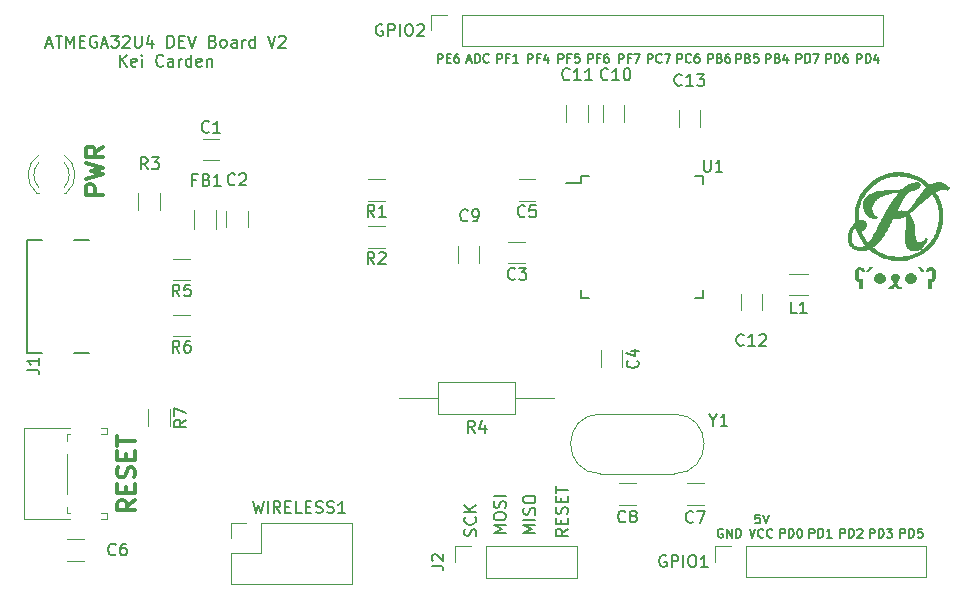
<source format=gbr>
%TF.GenerationSoftware,KiCad,Pcbnew,(6.0.7-1)-1*%
%TF.CreationDate,2022-09-20T14:46:44+12:00*%
%TF.ProjectId,ENEL300Group10MCUBoard,454e454c-3330-4304-9772-6f757031304d,rev?*%
%TF.SameCoordinates,Original*%
%TF.FileFunction,Legend,Top*%
%TF.FilePolarity,Positive*%
%FSLAX46Y46*%
G04 Gerber Fmt 4.6, Leading zero omitted, Abs format (unit mm)*
G04 Created by KiCad (PCBNEW (6.0.7-1)-1) date 2022-09-20 14:46:44*
%MOMM*%
%LPD*%
G01*
G04 APERTURE LIST*
%ADD10C,0.150000*%
%ADD11C,0.300000*%
%ADD12C,0.200000*%
%ADD13C,0.120000*%
G04 APERTURE END LIST*
D10*
X92825000Y-42739285D02*
X92825000Y-41989285D01*
X93110714Y-41989285D01*
X93182142Y-42025000D01*
X93217857Y-42060714D01*
X93253571Y-42132142D01*
X93253571Y-42239285D01*
X93217857Y-42310714D01*
X93182142Y-42346428D01*
X93110714Y-42382142D01*
X92825000Y-42382142D01*
X93825000Y-42346428D02*
X93575000Y-42346428D01*
X93575000Y-42739285D02*
X93575000Y-41989285D01*
X93932142Y-41989285D01*
X94539285Y-42239285D02*
X94539285Y-42739285D01*
X94360714Y-41953571D02*
X94182142Y-42489285D01*
X94646428Y-42489285D01*
X119271428Y-82939285D02*
X119271428Y-82189285D01*
X119557142Y-82189285D01*
X119628571Y-82225000D01*
X119664285Y-82260714D01*
X119700000Y-82332142D01*
X119700000Y-82439285D01*
X119664285Y-82510714D01*
X119628571Y-82546428D01*
X119557142Y-82582142D01*
X119271428Y-82582142D01*
X120021428Y-82939285D02*
X120021428Y-82189285D01*
X120200000Y-82189285D01*
X120307142Y-82225000D01*
X120378571Y-82296428D01*
X120414285Y-82367857D01*
X120450000Y-82510714D01*
X120450000Y-82617857D01*
X120414285Y-82760714D01*
X120378571Y-82832142D01*
X120307142Y-82903571D01*
X120200000Y-82939285D01*
X120021428Y-82939285D01*
X120735714Y-82260714D02*
X120771428Y-82225000D01*
X120842857Y-82189285D01*
X121021428Y-82189285D01*
X121092857Y-82225000D01*
X121128571Y-82260714D01*
X121164285Y-82332142D01*
X121164285Y-82403571D01*
X121128571Y-82510714D01*
X120700000Y-82939285D01*
X121164285Y-82939285D01*
D11*
X56878571Y-53900000D02*
X55378571Y-53900000D01*
X55378571Y-53328571D01*
X55450000Y-53185714D01*
X55521428Y-53114285D01*
X55664285Y-53042857D01*
X55878571Y-53042857D01*
X56021428Y-53114285D01*
X56092857Y-53185714D01*
X56164285Y-53328571D01*
X56164285Y-53900000D01*
X55378571Y-52542857D02*
X56878571Y-52185714D01*
X55807142Y-51900000D01*
X56878571Y-51614285D01*
X55378571Y-51257142D01*
X56878571Y-49828571D02*
X56164285Y-50328571D01*
X56878571Y-50685714D02*
X55378571Y-50685714D01*
X55378571Y-50114285D01*
X55450000Y-49971428D01*
X55521428Y-49900000D01*
X55664285Y-49828571D01*
X55878571Y-49828571D01*
X56021428Y-49900000D01*
X56092857Y-49971428D01*
X56164285Y-50114285D01*
X56164285Y-50685714D01*
D10*
X102971428Y-42739285D02*
X102971428Y-41989285D01*
X103257142Y-41989285D01*
X103328571Y-42025000D01*
X103364285Y-42060714D01*
X103400000Y-42132142D01*
X103400000Y-42239285D01*
X103364285Y-42310714D01*
X103328571Y-42346428D01*
X103257142Y-42382142D01*
X102971428Y-42382142D01*
X104150000Y-42667857D02*
X104114285Y-42703571D01*
X104007142Y-42739285D01*
X103935714Y-42739285D01*
X103828571Y-42703571D01*
X103757142Y-42632142D01*
X103721428Y-42560714D01*
X103685714Y-42417857D01*
X103685714Y-42310714D01*
X103721428Y-42167857D01*
X103757142Y-42096428D01*
X103828571Y-42025000D01*
X103935714Y-41989285D01*
X104007142Y-41989285D01*
X104114285Y-42025000D01*
X104150000Y-42060714D01*
X104400000Y-41989285D02*
X104900000Y-41989285D01*
X104578571Y-42739285D01*
X120671428Y-42739285D02*
X120671428Y-41989285D01*
X120957142Y-41989285D01*
X121028571Y-42025000D01*
X121064285Y-42060714D01*
X121100000Y-42132142D01*
X121100000Y-42239285D01*
X121064285Y-42310714D01*
X121028571Y-42346428D01*
X120957142Y-42382142D01*
X120671428Y-42382142D01*
X121421428Y-42739285D02*
X121421428Y-41989285D01*
X121600000Y-41989285D01*
X121707142Y-42025000D01*
X121778571Y-42096428D01*
X121814285Y-42167857D01*
X121850000Y-42310714D01*
X121850000Y-42417857D01*
X121814285Y-42560714D01*
X121778571Y-42632142D01*
X121707142Y-42703571D01*
X121600000Y-42739285D01*
X121421428Y-42739285D01*
X122492857Y-42239285D02*
X122492857Y-42739285D01*
X122314285Y-41953571D02*
X122135714Y-42489285D01*
X122600000Y-42489285D01*
X112971428Y-42739285D02*
X112971428Y-41989285D01*
X113257142Y-41989285D01*
X113328571Y-42025000D01*
X113364285Y-42060714D01*
X113400000Y-42132142D01*
X113400000Y-42239285D01*
X113364285Y-42310714D01*
X113328571Y-42346428D01*
X113257142Y-42382142D01*
X112971428Y-42382142D01*
X113971428Y-42346428D02*
X114078571Y-42382142D01*
X114114285Y-42417857D01*
X114150000Y-42489285D01*
X114150000Y-42596428D01*
X114114285Y-42667857D01*
X114078571Y-42703571D01*
X114007142Y-42739285D01*
X113721428Y-42739285D01*
X113721428Y-41989285D01*
X113971428Y-41989285D01*
X114042857Y-42025000D01*
X114078571Y-42060714D01*
X114114285Y-42132142D01*
X114114285Y-42203571D01*
X114078571Y-42275000D01*
X114042857Y-42310714D01*
X113971428Y-42346428D01*
X113721428Y-42346428D01*
X114792857Y-42239285D02*
X114792857Y-42739285D01*
X114614285Y-41953571D02*
X114435714Y-42489285D01*
X114900000Y-42489285D01*
X90225000Y-42739285D02*
X90225000Y-41989285D01*
X90510714Y-41989285D01*
X90582142Y-42025000D01*
X90617857Y-42060714D01*
X90653571Y-42132142D01*
X90653571Y-42239285D01*
X90617857Y-42310714D01*
X90582142Y-42346428D01*
X90510714Y-42382142D01*
X90225000Y-42382142D01*
X91225000Y-42346428D02*
X90975000Y-42346428D01*
X90975000Y-42739285D02*
X90975000Y-41989285D01*
X91332142Y-41989285D01*
X92010714Y-42739285D02*
X91582142Y-42739285D01*
X91796428Y-42739285D02*
X91796428Y-41989285D01*
X91725000Y-42096428D01*
X91653571Y-42167857D01*
X91582142Y-42203571D01*
X118071428Y-42739285D02*
X118071428Y-41989285D01*
X118357142Y-41989285D01*
X118428571Y-42025000D01*
X118464285Y-42060714D01*
X118500000Y-42132142D01*
X118500000Y-42239285D01*
X118464285Y-42310714D01*
X118428571Y-42346428D01*
X118357142Y-42382142D01*
X118071428Y-42382142D01*
X118821428Y-42739285D02*
X118821428Y-41989285D01*
X119000000Y-41989285D01*
X119107142Y-42025000D01*
X119178571Y-42096428D01*
X119214285Y-42167857D01*
X119250000Y-42310714D01*
X119250000Y-42417857D01*
X119214285Y-42560714D01*
X119178571Y-42632142D01*
X119107142Y-42703571D01*
X119000000Y-42739285D01*
X118821428Y-42739285D01*
X119892857Y-41989285D02*
X119750000Y-41989285D01*
X119678571Y-42025000D01*
X119642857Y-42060714D01*
X119571428Y-42167857D01*
X119535714Y-42310714D01*
X119535714Y-42596428D01*
X119571428Y-42667857D01*
X119607142Y-42703571D01*
X119678571Y-42739285D01*
X119821428Y-42739285D01*
X119892857Y-42703571D01*
X119928571Y-42667857D01*
X119964285Y-42596428D01*
X119964285Y-42417857D01*
X119928571Y-42346428D01*
X119892857Y-42310714D01*
X119821428Y-42275000D01*
X119678571Y-42275000D01*
X119607142Y-42310714D01*
X119571428Y-42346428D01*
X119535714Y-42417857D01*
X124371428Y-82939285D02*
X124371428Y-82189285D01*
X124657142Y-82189285D01*
X124728571Y-82225000D01*
X124764285Y-82260714D01*
X124800000Y-82332142D01*
X124800000Y-82439285D01*
X124764285Y-82510714D01*
X124728571Y-82546428D01*
X124657142Y-82582142D01*
X124371428Y-82582142D01*
X125121428Y-82939285D02*
X125121428Y-82189285D01*
X125300000Y-82189285D01*
X125407142Y-82225000D01*
X125478571Y-82296428D01*
X125514285Y-82367857D01*
X125550000Y-82510714D01*
X125550000Y-82617857D01*
X125514285Y-82760714D01*
X125478571Y-82832142D01*
X125407142Y-82903571D01*
X125300000Y-82939285D01*
X125121428Y-82939285D01*
X126228571Y-82189285D02*
X125871428Y-82189285D01*
X125835714Y-82546428D01*
X125871428Y-82510714D01*
X125942857Y-82475000D01*
X126121428Y-82475000D01*
X126192857Y-82510714D01*
X126228571Y-82546428D01*
X126264285Y-82617857D01*
X126264285Y-82796428D01*
X126228571Y-82867857D01*
X126192857Y-82903571D01*
X126121428Y-82939285D01*
X125942857Y-82939285D01*
X125871428Y-82903571D01*
X125835714Y-82867857D01*
X95425000Y-42739285D02*
X95425000Y-41989285D01*
X95710714Y-41989285D01*
X95782142Y-42025000D01*
X95817857Y-42060714D01*
X95853571Y-42132142D01*
X95853571Y-42239285D01*
X95817857Y-42310714D01*
X95782142Y-42346428D01*
X95710714Y-42382142D01*
X95425000Y-42382142D01*
X96425000Y-42346428D02*
X96175000Y-42346428D01*
X96175000Y-42739285D02*
X96175000Y-41989285D01*
X96532142Y-41989285D01*
X97175000Y-41989285D02*
X96817857Y-41989285D01*
X96782142Y-42346428D01*
X96817857Y-42310714D01*
X96889285Y-42275000D01*
X97067857Y-42275000D01*
X97139285Y-42310714D01*
X97175000Y-42346428D01*
X97210714Y-42417857D01*
X97210714Y-42596428D01*
X97175000Y-42667857D01*
X97139285Y-42703571D01*
X97067857Y-42739285D01*
X96889285Y-42739285D01*
X96817857Y-42703571D01*
X96782142Y-42667857D01*
X87671428Y-42525000D02*
X88028571Y-42525000D01*
X87600000Y-42739285D02*
X87850000Y-41989285D01*
X88100000Y-42739285D01*
X88350000Y-42739285D02*
X88350000Y-41989285D01*
X88528571Y-41989285D01*
X88635714Y-42025000D01*
X88707142Y-42096428D01*
X88742857Y-42167857D01*
X88778571Y-42310714D01*
X88778571Y-42417857D01*
X88742857Y-42560714D01*
X88707142Y-42632142D01*
X88635714Y-42703571D01*
X88528571Y-42739285D01*
X88350000Y-42739285D01*
X89528571Y-42667857D02*
X89492857Y-42703571D01*
X89385714Y-42739285D01*
X89314285Y-42739285D01*
X89207142Y-42703571D01*
X89135714Y-42632142D01*
X89100000Y-42560714D01*
X89064285Y-42417857D01*
X89064285Y-42310714D01*
X89100000Y-42167857D01*
X89135714Y-42096428D01*
X89207142Y-42025000D01*
X89314285Y-41989285D01*
X89385714Y-41989285D01*
X89492857Y-42025000D01*
X89528571Y-42060714D01*
X109328571Y-82225000D02*
X109257142Y-82189285D01*
X109150000Y-82189285D01*
X109042857Y-82225000D01*
X108971428Y-82296428D01*
X108935714Y-82367857D01*
X108900000Y-82510714D01*
X108900000Y-82617857D01*
X108935714Y-82760714D01*
X108971428Y-82832142D01*
X109042857Y-82903571D01*
X109150000Y-82939285D01*
X109221428Y-82939285D01*
X109328571Y-82903571D01*
X109364285Y-82867857D01*
X109364285Y-82617857D01*
X109221428Y-82617857D01*
X109685714Y-82939285D02*
X109685714Y-82189285D01*
X110114285Y-82939285D01*
X110114285Y-82189285D01*
X110471428Y-82939285D02*
X110471428Y-82189285D01*
X110650000Y-82189285D01*
X110757142Y-82225000D01*
X110828571Y-82296428D01*
X110864285Y-82367857D01*
X110900000Y-82510714D01*
X110900000Y-82617857D01*
X110864285Y-82760714D01*
X110828571Y-82832142D01*
X110757142Y-82903571D01*
X110650000Y-82939285D01*
X110471428Y-82939285D01*
D11*
X59578571Y-79778571D02*
X58864285Y-80278571D01*
X59578571Y-80635714D02*
X58078571Y-80635714D01*
X58078571Y-80064285D01*
X58150000Y-79921428D01*
X58221428Y-79850000D01*
X58364285Y-79778571D01*
X58578571Y-79778571D01*
X58721428Y-79850000D01*
X58792857Y-79921428D01*
X58864285Y-80064285D01*
X58864285Y-80635714D01*
X58792857Y-79135714D02*
X58792857Y-78635714D01*
X59578571Y-78421428D02*
X59578571Y-79135714D01*
X58078571Y-79135714D01*
X58078571Y-78421428D01*
X59507142Y-77850000D02*
X59578571Y-77635714D01*
X59578571Y-77278571D01*
X59507142Y-77135714D01*
X59435714Y-77064285D01*
X59292857Y-76992857D01*
X59150000Y-76992857D01*
X59007142Y-77064285D01*
X58935714Y-77135714D01*
X58864285Y-77278571D01*
X58792857Y-77564285D01*
X58721428Y-77707142D01*
X58650000Y-77778571D01*
X58507142Y-77850000D01*
X58364285Y-77850000D01*
X58221428Y-77778571D01*
X58150000Y-77707142D01*
X58078571Y-77564285D01*
X58078571Y-77207142D01*
X58150000Y-76992857D01*
X58792857Y-76350000D02*
X58792857Y-75850000D01*
X59578571Y-75635714D02*
X59578571Y-76350000D01*
X58078571Y-76350000D01*
X58078571Y-75635714D01*
X58078571Y-75207142D02*
X58078571Y-74350000D01*
X59578571Y-74778571D02*
X58078571Y-74778571D01*
D10*
X96202380Y-82202380D02*
X95726190Y-82535714D01*
X96202380Y-82773809D02*
X95202380Y-82773809D01*
X95202380Y-82392857D01*
X95250000Y-82297619D01*
X95297619Y-82250000D01*
X95392857Y-82202380D01*
X95535714Y-82202380D01*
X95630952Y-82250000D01*
X95678571Y-82297619D01*
X95726190Y-82392857D01*
X95726190Y-82773809D01*
X95678571Y-81773809D02*
X95678571Y-81440476D01*
X96202380Y-81297619D02*
X96202380Y-81773809D01*
X95202380Y-81773809D01*
X95202380Y-81297619D01*
X96154761Y-80916666D02*
X96202380Y-80773809D01*
X96202380Y-80535714D01*
X96154761Y-80440476D01*
X96107142Y-80392857D01*
X96011904Y-80345238D01*
X95916666Y-80345238D01*
X95821428Y-80392857D01*
X95773809Y-80440476D01*
X95726190Y-80535714D01*
X95678571Y-80726190D01*
X95630952Y-80821428D01*
X95583333Y-80869047D01*
X95488095Y-80916666D01*
X95392857Y-80916666D01*
X95297619Y-80869047D01*
X95250000Y-80821428D01*
X95202380Y-80726190D01*
X95202380Y-80488095D01*
X95250000Y-80345238D01*
X95678571Y-79916666D02*
X95678571Y-79583333D01*
X96202380Y-79440476D02*
X96202380Y-79916666D01*
X95202380Y-79916666D01*
X95202380Y-79440476D01*
X95202380Y-79154761D02*
X95202380Y-78583333D01*
X96202380Y-78869047D02*
X95202380Y-78869047D01*
X112457142Y-80985535D02*
X112100000Y-80985535D01*
X112064285Y-81342678D01*
X112100000Y-81306964D01*
X112171428Y-81271250D01*
X112350000Y-81271250D01*
X112421428Y-81306964D01*
X112457142Y-81342678D01*
X112492857Y-81414107D01*
X112492857Y-81592678D01*
X112457142Y-81664107D01*
X112421428Y-81699821D01*
X112350000Y-81735535D01*
X112171428Y-81735535D01*
X112100000Y-81699821D01*
X112064285Y-81664107D01*
X112707142Y-80985535D02*
X112957142Y-81735535D01*
X113207142Y-80985535D01*
X111600000Y-82193035D02*
X111850000Y-82943035D01*
X112100000Y-82193035D01*
X112778571Y-82871607D02*
X112742857Y-82907321D01*
X112635714Y-82943035D01*
X112564285Y-82943035D01*
X112457142Y-82907321D01*
X112385714Y-82835892D01*
X112350000Y-82764464D01*
X112314285Y-82621607D01*
X112314285Y-82514464D01*
X112350000Y-82371607D01*
X112385714Y-82300178D01*
X112457142Y-82228750D01*
X112564285Y-82193035D01*
X112635714Y-82193035D01*
X112742857Y-82228750D01*
X112778571Y-82264464D01*
X113528571Y-82871607D02*
X113492857Y-82907321D01*
X113385714Y-82943035D01*
X113314285Y-82943035D01*
X113207142Y-82907321D01*
X113135714Y-82835892D01*
X113100000Y-82764464D01*
X113064285Y-82621607D01*
X113064285Y-82514464D01*
X113100000Y-82371607D01*
X113135714Y-82300178D01*
X113207142Y-82228750D01*
X113314285Y-82193035D01*
X113385714Y-82193035D01*
X113492857Y-82228750D01*
X113528571Y-82264464D01*
X108071428Y-42739285D02*
X108071428Y-41989285D01*
X108357142Y-41989285D01*
X108428571Y-42025000D01*
X108464285Y-42060714D01*
X108500000Y-42132142D01*
X108500000Y-42239285D01*
X108464285Y-42310714D01*
X108428571Y-42346428D01*
X108357142Y-42382142D01*
X108071428Y-42382142D01*
X109071428Y-42346428D02*
X109178571Y-42382142D01*
X109214285Y-42417857D01*
X109250000Y-42489285D01*
X109250000Y-42596428D01*
X109214285Y-42667857D01*
X109178571Y-42703571D01*
X109107142Y-42739285D01*
X108821428Y-42739285D01*
X108821428Y-41989285D01*
X109071428Y-41989285D01*
X109142857Y-42025000D01*
X109178571Y-42060714D01*
X109214285Y-42132142D01*
X109214285Y-42203571D01*
X109178571Y-42275000D01*
X109142857Y-42310714D01*
X109071428Y-42346428D01*
X108821428Y-42346428D01*
X109892857Y-41989285D02*
X109750000Y-41989285D01*
X109678571Y-42025000D01*
X109642857Y-42060714D01*
X109571428Y-42167857D01*
X109535714Y-42310714D01*
X109535714Y-42596428D01*
X109571428Y-42667857D01*
X109607142Y-42703571D01*
X109678571Y-42739285D01*
X109821428Y-42739285D01*
X109892857Y-42703571D01*
X109928571Y-42667857D01*
X109964285Y-42596428D01*
X109964285Y-42417857D01*
X109928571Y-42346428D01*
X109892857Y-42310714D01*
X109821428Y-42275000D01*
X109678571Y-42275000D01*
X109607142Y-42310714D01*
X109571428Y-42346428D01*
X109535714Y-42417857D01*
D12*
X52080952Y-41161666D02*
X52557142Y-41161666D01*
X51985714Y-41447380D02*
X52319047Y-40447380D01*
X52652380Y-41447380D01*
X52842857Y-40447380D02*
X53414285Y-40447380D01*
X53128571Y-41447380D02*
X53128571Y-40447380D01*
X53747619Y-41447380D02*
X53747619Y-40447380D01*
X54080952Y-41161666D01*
X54414285Y-40447380D01*
X54414285Y-41447380D01*
X54890476Y-40923571D02*
X55223809Y-40923571D01*
X55366666Y-41447380D02*
X54890476Y-41447380D01*
X54890476Y-40447380D01*
X55366666Y-40447380D01*
X56319047Y-40495000D02*
X56223809Y-40447380D01*
X56080952Y-40447380D01*
X55938095Y-40495000D01*
X55842857Y-40590238D01*
X55795238Y-40685476D01*
X55747619Y-40875952D01*
X55747619Y-41018809D01*
X55795238Y-41209285D01*
X55842857Y-41304523D01*
X55938095Y-41399761D01*
X56080952Y-41447380D01*
X56176190Y-41447380D01*
X56319047Y-41399761D01*
X56366666Y-41352142D01*
X56366666Y-41018809D01*
X56176190Y-41018809D01*
X56747619Y-41161666D02*
X57223809Y-41161666D01*
X56652380Y-41447380D02*
X56985714Y-40447380D01*
X57319047Y-41447380D01*
X57557142Y-40447380D02*
X58176190Y-40447380D01*
X57842857Y-40828333D01*
X57985714Y-40828333D01*
X58080952Y-40875952D01*
X58128571Y-40923571D01*
X58176190Y-41018809D01*
X58176190Y-41256904D01*
X58128571Y-41352142D01*
X58080952Y-41399761D01*
X57985714Y-41447380D01*
X57699999Y-41447380D01*
X57604761Y-41399761D01*
X57557142Y-41352142D01*
X58557142Y-40542619D02*
X58604761Y-40495000D01*
X58699999Y-40447380D01*
X58938095Y-40447380D01*
X59033333Y-40495000D01*
X59080952Y-40542619D01*
X59128571Y-40637857D01*
X59128571Y-40733095D01*
X59080952Y-40875952D01*
X58509523Y-41447380D01*
X59128571Y-41447380D01*
X59557142Y-40447380D02*
X59557142Y-41256904D01*
X59604761Y-41352142D01*
X59652380Y-41399761D01*
X59747619Y-41447380D01*
X59938095Y-41447380D01*
X60033333Y-41399761D01*
X60080952Y-41352142D01*
X60128571Y-41256904D01*
X60128571Y-40447380D01*
X61033333Y-40780714D02*
X61033333Y-41447380D01*
X60795238Y-40399761D02*
X60557142Y-41114047D01*
X61176190Y-41114047D01*
X62319047Y-41447380D02*
X62319047Y-40447380D01*
X62557142Y-40447380D01*
X62699999Y-40495000D01*
X62795238Y-40590238D01*
X62842857Y-40685476D01*
X62890476Y-40875952D01*
X62890476Y-41018809D01*
X62842857Y-41209285D01*
X62795238Y-41304523D01*
X62699999Y-41399761D01*
X62557142Y-41447380D01*
X62319047Y-41447380D01*
X63319047Y-40923571D02*
X63652380Y-40923571D01*
X63795238Y-41447380D02*
X63319047Y-41447380D01*
X63319047Y-40447380D01*
X63795238Y-40447380D01*
X64080952Y-40447380D02*
X64414285Y-41447380D01*
X64747619Y-40447380D01*
X66176190Y-40923571D02*
X66319047Y-40971190D01*
X66366666Y-41018809D01*
X66414285Y-41114047D01*
X66414285Y-41256904D01*
X66366666Y-41352142D01*
X66319047Y-41399761D01*
X66223809Y-41447380D01*
X65842857Y-41447380D01*
X65842857Y-40447380D01*
X66176190Y-40447380D01*
X66271428Y-40495000D01*
X66319047Y-40542619D01*
X66366666Y-40637857D01*
X66366666Y-40733095D01*
X66319047Y-40828333D01*
X66271428Y-40875952D01*
X66176190Y-40923571D01*
X65842857Y-40923571D01*
X66985714Y-41447380D02*
X66890476Y-41399761D01*
X66842857Y-41352142D01*
X66795238Y-41256904D01*
X66795238Y-40971190D01*
X66842857Y-40875952D01*
X66890476Y-40828333D01*
X66985714Y-40780714D01*
X67128571Y-40780714D01*
X67223809Y-40828333D01*
X67271428Y-40875952D01*
X67319047Y-40971190D01*
X67319047Y-41256904D01*
X67271428Y-41352142D01*
X67223809Y-41399761D01*
X67128571Y-41447380D01*
X66985714Y-41447380D01*
X68176190Y-41447380D02*
X68176190Y-40923571D01*
X68128571Y-40828333D01*
X68033333Y-40780714D01*
X67842857Y-40780714D01*
X67747619Y-40828333D01*
X68176190Y-41399761D02*
X68080952Y-41447380D01*
X67842857Y-41447380D01*
X67747619Y-41399761D01*
X67700000Y-41304523D01*
X67700000Y-41209285D01*
X67747619Y-41114047D01*
X67842857Y-41066428D01*
X68080952Y-41066428D01*
X68176190Y-41018809D01*
X68652380Y-41447380D02*
X68652380Y-40780714D01*
X68652380Y-40971190D02*
X68700000Y-40875952D01*
X68747619Y-40828333D01*
X68842857Y-40780714D01*
X68938095Y-40780714D01*
X69700000Y-41447380D02*
X69700000Y-40447380D01*
X69700000Y-41399761D02*
X69604761Y-41447380D01*
X69414285Y-41447380D01*
X69319047Y-41399761D01*
X69271428Y-41352142D01*
X69223809Y-41256904D01*
X69223809Y-40971190D01*
X69271428Y-40875952D01*
X69319047Y-40828333D01*
X69414285Y-40780714D01*
X69604761Y-40780714D01*
X69700000Y-40828333D01*
X70795238Y-40447380D02*
X71128571Y-41447380D01*
X71461904Y-40447380D01*
X71747619Y-40542619D02*
X71795238Y-40495000D01*
X71890476Y-40447380D01*
X72128571Y-40447380D01*
X72223809Y-40495000D01*
X72271428Y-40542619D01*
X72319047Y-40637857D01*
X72319047Y-40733095D01*
X72271428Y-40875952D01*
X71699999Y-41447380D01*
X72319047Y-41447380D01*
X58295238Y-43057380D02*
X58295238Y-42057380D01*
X58866666Y-43057380D02*
X58438095Y-42485952D01*
X58866666Y-42057380D02*
X58295238Y-42628809D01*
X59676190Y-43009761D02*
X59580952Y-43057380D01*
X59390476Y-43057380D01*
X59295238Y-43009761D01*
X59247619Y-42914523D01*
X59247619Y-42533571D01*
X59295238Y-42438333D01*
X59390476Y-42390714D01*
X59580952Y-42390714D01*
X59676190Y-42438333D01*
X59723809Y-42533571D01*
X59723809Y-42628809D01*
X59247619Y-42724047D01*
X60152380Y-43057380D02*
X60152380Y-42390714D01*
X60152380Y-42057380D02*
X60104761Y-42105000D01*
X60152380Y-42152619D01*
X60200000Y-42105000D01*
X60152380Y-42057380D01*
X60152380Y-42152619D01*
X61961904Y-42962142D02*
X61914285Y-43009761D01*
X61771428Y-43057380D01*
X61676190Y-43057380D01*
X61533333Y-43009761D01*
X61438095Y-42914523D01*
X61390476Y-42819285D01*
X61342857Y-42628809D01*
X61342857Y-42485952D01*
X61390476Y-42295476D01*
X61438095Y-42200238D01*
X61533333Y-42105000D01*
X61676190Y-42057380D01*
X61771428Y-42057380D01*
X61914285Y-42105000D01*
X61961904Y-42152619D01*
X62819047Y-43057380D02*
X62819047Y-42533571D01*
X62771428Y-42438333D01*
X62676190Y-42390714D01*
X62485714Y-42390714D01*
X62390476Y-42438333D01*
X62819047Y-43009761D02*
X62723809Y-43057380D01*
X62485714Y-43057380D01*
X62390476Y-43009761D01*
X62342857Y-42914523D01*
X62342857Y-42819285D01*
X62390476Y-42724047D01*
X62485714Y-42676428D01*
X62723809Y-42676428D01*
X62819047Y-42628809D01*
X63295238Y-43057380D02*
X63295238Y-42390714D01*
X63295238Y-42581190D02*
X63342857Y-42485952D01*
X63390476Y-42438333D01*
X63485714Y-42390714D01*
X63580952Y-42390714D01*
X64342857Y-43057380D02*
X64342857Y-42057380D01*
X64342857Y-43009761D02*
X64247619Y-43057380D01*
X64057142Y-43057380D01*
X63961904Y-43009761D01*
X63914285Y-42962142D01*
X63866666Y-42866904D01*
X63866666Y-42581190D01*
X63914285Y-42485952D01*
X63961904Y-42438333D01*
X64057142Y-42390714D01*
X64247619Y-42390714D01*
X64342857Y-42438333D01*
X65200000Y-43009761D02*
X65104761Y-43057380D01*
X64914285Y-43057380D01*
X64819047Y-43009761D01*
X64771428Y-42914523D01*
X64771428Y-42533571D01*
X64819047Y-42438333D01*
X64914285Y-42390714D01*
X65104761Y-42390714D01*
X65200000Y-42438333D01*
X65247619Y-42533571D01*
X65247619Y-42628809D01*
X64771428Y-42724047D01*
X65676190Y-42390714D02*
X65676190Y-43057380D01*
X65676190Y-42485952D02*
X65723809Y-42438333D01*
X65819047Y-42390714D01*
X65961904Y-42390714D01*
X66057142Y-42438333D01*
X66104761Y-42533571D01*
X66104761Y-43057380D01*
D10*
X85207142Y-42739285D02*
X85207142Y-41989285D01*
X85492857Y-41989285D01*
X85564285Y-42025000D01*
X85600000Y-42060714D01*
X85635714Y-42132142D01*
X85635714Y-42239285D01*
X85600000Y-42310714D01*
X85564285Y-42346428D01*
X85492857Y-42382142D01*
X85207142Y-42382142D01*
X85957142Y-42346428D02*
X86207142Y-42346428D01*
X86314285Y-42739285D02*
X85957142Y-42739285D01*
X85957142Y-41989285D01*
X86314285Y-41989285D01*
X86957142Y-41989285D02*
X86814285Y-41989285D01*
X86742857Y-42025000D01*
X86707142Y-42060714D01*
X86635714Y-42167857D01*
X86600000Y-42310714D01*
X86600000Y-42596428D01*
X86635714Y-42667857D01*
X86671428Y-42703571D01*
X86742857Y-42739285D01*
X86885714Y-42739285D01*
X86957142Y-42703571D01*
X86992857Y-42667857D01*
X87028571Y-42596428D01*
X87028571Y-42417857D01*
X86992857Y-42346428D01*
X86957142Y-42310714D01*
X86885714Y-42275000D01*
X86742857Y-42275000D01*
X86671428Y-42310714D01*
X86635714Y-42346428D01*
X86600000Y-42417857D01*
X121771428Y-82939285D02*
X121771428Y-82189285D01*
X122057142Y-82189285D01*
X122128571Y-82225000D01*
X122164285Y-82260714D01*
X122200000Y-82332142D01*
X122200000Y-82439285D01*
X122164285Y-82510714D01*
X122128571Y-82546428D01*
X122057142Y-82582142D01*
X121771428Y-82582142D01*
X122521428Y-82939285D02*
X122521428Y-82189285D01*
X122700000Y-82189285D01*
X122807142Y-82225000D01*
X122878571Y-82296428D01*
X122914285Y-82367857D01*
X122950000Y-82510714D01*
X122950000Y-82617857D01*
X122914285Y-82760714D01*
X122878571Y-82832142D01*
X122807142Y-82903571D01*
X122700000Y-82939285D01*
X122521428Y-82939285D01*
X123200000Y-82189285D02*
X123664285Y-82189285D01*
X123414285Y-82475000D01*
X123521428Y-82475000D01*
X123592857Y-82510714D01*
X123628571Y-82546428D01*
X123664285Y-82617857D01*
X123664285Y-82796428D01*
X123628571Y-82867857D01*
X123592857Y-82903571D01*
X123521428Y-82939285D01*
X123307142Y-82939285D01*
X123235714Y-82903571D01*
X123200000Y-82867857D01*
X114171428Y-82939285D02*
X114171428Y-82189285D01*
X114457142Y-82189285D01*
X114528571Y-82225000D01*
X114564285Y-82260714D01*
X114600000Y-82332142D01*
X114600000Y-82439285D01*
X114564285Y-82510714D01*
X114528571Y-82546428D01*
X114457142Y-82582142D01*
X114171428Y-82582142D01*
X114921428Y-82939285D02*
X114921428Y-82189285D01*
X115100000Y-82189285D01*
X115207142Y-82225000D01*
X115278571Y-82296428D01*
X115314285Y-82367857D01*
X115350000Y-82510714D01*
X115350000Y-82617857D01*
X115314285Y-82760714D01*
X115278571Y-82832142D01*
X115207142Y-82903571D01*
X115100000Y-82939285D01*
X114921428Y-82939285D01*
X115814285Y-82189285D02*
X115885714Y-82189285D01*
X115957142Y-82225000D01*
X115992857Y-82260714D01*
X116028571Y-82332142D01*
X116064285Y-82475000D01*
X116064285Y-82653571D01*
X116028571Y-82796428D01*
X115992857Y-82867857D01*
X115957142Y-82903571D01*
X115885714Y-82939285D01*
X115814285Y-82939285D01*
X115742857Y-82903571D01*
X115707142Y-82867857D01*
X115671428Y-82796428D01*
X115635714Y-82653571D01*
X115635714Y-82475000D01*
X115671428Y-82332142D01*
X115707142Y-82260714D01*
X115742857Y-82225000D01*
X115814285Y-82189285D01*
X110471428Y-42739285D02*
X110471428Y-41989285D01*
X110757142Y-41989285D01*
X110828571Y-42025000D01*
X110864285Y-42060714D01*
X110900000Y-42132142D01*
X110900000Y-42239285D01*
X110864285Y-42310714D01*
X110828571Y-42346428D01*
X110757142Y-42382142D01*
X110471428Y-42382142D01*
X111471428Y-42346428D02*
X111578571Y-42382142D01*
X111614285Y-42417857D01*
X111650000Y-42489285D01*
X111650000Y-42596428D01*
X111614285Y-42667857D01*
X111578571Y-42703571D01*
X111507142Y-42739285D01*
X111221428Y-42739285D01*
X111221428Y-41989285D01*
X111471428Y-41989285D01*
X111542857Y-42025000D01*
X111578571Y-42060714D01*
X111614285Y-42132142D01*
X111614285Y-42203571D01*
X111578571Y-42275000D01*
X111542857Y-42310714D01*
X111471428Y-42346428D01*
X111221428Y-42346428D01*
X112328571Y-41989285D02*
X111971428Y-41989285D01*
X111935714Y-42346428D01*
X111971428Y-42310714D01*
X112042857Y-42275000D01*
X112221428Y-42275000D01*
X112292857Y-42310714D01*
X112328571Y-42346428D01*
X112364285Y-42417857D01*
X112364285Y-42596428D01*
X112328571Y-42667857D01*
X112292857Y-42703571D01*
X112221428Y-42739285D01*
X112042857Y-42739285D01*
X111971428Y-42703571D01*
X111935714Y-42667857D01*
X97925000Y-42739285D02*
X97925000Y-41989285D01*
X98210714Y-41989285D01*
X98282142Y-42025000D01*
X98317857Y-42060714D01*
X98353571Y-42132142D01*
X98353571Y-42239285D01*
X98317857Y-42310714D01*
X98282142Y-42346428D01*
X98210714Y-42382142D01*
X97925000Y-42382142D01*
X98925000Y-42346428D02*
X98675000Y-42346428D01*
X98675000Y-42739285D02*
X98675000Y-41989285D01*
X99032142Y-41989285D01*
X99639285Y-41989285D02*
X99496428Y-41989285D01*
X99425000Y-42025000D01*
X99389285Y-42060714D01*
X99317857Y-42167857D01*
X99282142Y-42310714D01*
X99282142Y-42596428D01*
X99317857Y-42667857D01*
X99353571Y-42703571D01*
X99425000Y-42739285D01*
X99567857Y-42739285D01*
X99639285Y-42703571D01*
X99675000Y-42667857D01*
X99710714Y-42596428D01*
X99710714Y-42417857D01*
X99675000Y-42346428D01*
X99639285Y-42310714D01*
X99567857Y-42275000D01*
X99425000Y-42275000D01*
X99353571Y-42310714D01*
X99317857Y-42346428D01*
X99282142Y-42417857D01*
X90952380Y-82571428D02*
X89952380Y-82571428D01*
X90666666Y-82238095D01*
X89952380Y-81904761D01*
X90952380Y-81904761D01*
X89952380Y-81238095D02*
X89952380Y-81047619D01*
X90000000Y-80952380D01*
X90095238Y-80857142D01*
X90285714Y-80809523D01*
X90619047Y-80809523D01*
X90809523Y-80857142D01*
X90904761Y-80952380D01*
X90952380Y-81047619D01*
X90952380Y-81238095D01*
X90904761Y-81333333D01*
X90809523Y-81428571D01*
X90619047Y-81476190D01*
X90285714Y-81476190D01*
X90095238Y-81428571D01*
X90000000Y-81333333D01*
X89952380Y-81238095D01*
X90904761Y-80428571D02*
X90952380Y-80285714D01*
X90952380Y-80047619D01*
X90904761Y-79952380D01*
X90857142Y-79904761D01*
X90761904Y-79857142D01*
X90666666Y-79857142D01*
X90571428Y-79904761D01*
X90523809Y-79952380D01*
X90476190Y-80047619D01*
X90428571Y-80238095D01*
X90380952Y-80333333D01*
X90333333Y-80380952D01*
X90238095Y-80428571D01*
X90142857Y-80428571D01*
X90047619Y-80380952D01*
X90000000Y-80333333D01*
X89952380Y-80238095D01*
X89952380Y-80000000D01*
X90000000Y-79857142D01*
X90952380Y-79428571D02*
X89952380Y-79428571D01*
X88404761Y-82785714D02*
X88452380Y-82642857D01*
X88452380Y-82404761D01*
X88404761Y-82309523D01*
X88357142Y-82261904D01*
X88261904Y-82214285D01*
X88166666Y-82214285D01*
X88071428Y-82261904D01*
X88023809Y-82309523D01*
X87976190Y-82404761D01*
X87928571Y-82595238D01*
X87880952Y-82690476D01*
X87833333Y-82738095D01*
X87738095Y-82785714D01*
X87642857Y-82785714D01*
X87547619Y-82738095D01*
X87500000Y-82690476D01*
X87452380Y-82595238D01*
X87452380Y-82357142D01*
X87500000Y-82214285D01*
X88357142Y-81214285D02*
X88404761Y-81261904D01*
X88452380Y-81404761D01*
X88452380Y-81500000D01*
X88404761Y-81642857D01*
X88309523Y-81738095D01*
X88214285Y-81785714D01*
X88023809Y-81833333D01*
X87880952Y-81833333D01*
X87690476Y-81785714D01*
X87595238Y-81738095D01*
X87500000Y-81642857D01*
X87452380Y-81500000D01*
X87452380Y-81404761D01*
X87500000Y-81261904D01*
X87547619Y-81214285D01*
X88452380Y-80785714D02*
X87452380Y-80785714D01*
X88452380Y-80214285D02*
X87880952Y-80642857D01*
X87452380Y-80214285D02*
X88023809Y-80785714D01*
X100525000Y-42739285D02*
X100525000Y-41989285D01*
X100810714Y-41989285D01*
X100882142Y-42025000D01*
X100917857Y-42060714D01*
X100953571Y-42132142D01*
X100953571Y-42239285D01*
X100917857Y-42310714D01*
X100882142Y-42346428D01*
X100810714Y-42382142D01*
X100525000Y-42382142D01*
X101525000Y-42346428D02*
X101275000Y-42346428D01*
X101275000Y-42739285D02*
X101275000Y-41989285D01*
X101632142Y-41989285D01*
X101846428Y-41989285D02*
X102346428Y-41989285D01*
X102025000Y-42739285D01*
X93452380Y-82571428D02*
X92452380Y-82571428D01*
X93166666Y-82238095D01*
X92452380Y-81904761D01*
X93452380Y-81904761D01*
X93452380Y-81428571D02*
X92452380Y-81428571D01*
X93404761Y-81000000D02*
X93452380Y-80857142D01*
X93452380Y-80619047D01*
X93404761Y-80523809D01*
X93357142Y-80476190D01*
X93261904Y-80428571D01*
X93166666Y-80428571D01*
X93071428Y-80476190D01*
X93023809Y-80523809D01*
X92976190Y-80619047D01*
X92928571Y-80809523D01*
X92880952Y-80904761D01*
X92833333Y-80952380D01*
X92738095Y-81000000D01*
X92642857Y-81000000D01*
X92547619Y-80952380D01*
X92500000Y-80904761D01*
X92452380Y-80809523D01*
X92452380Y-80571428D01*
X92500000Y-80428571D01*
X92452380Y-79809523D02*
X92452380Y-79619047D01*
X92500000Y-79523809D01*
X92595238Y-79428571D01*
X92785714Y-79380952D01*
X93119047Y-79380952D01*
X93309523Y-79428571D01*
X93404761Y-79523809D01*
X93452380Y-79619047D01*
X93452380Y-79809523D01*
X93404761Y-79904761D01*
X93309523Y-80000000D01*
X93119047Y-80047619D01*
X92785714Y-80047619D01*
X92595238Y-80000000D01*
X92500000Y-79904761D01*
X92452380Y-79809523D01*
X105471428Y-42739285D02*
X105471428Y-41989285D01*
X105757142Y-41989285D01*
X105828571Y-42025000D01*
X105864285Y-42060714D01*
X105900000Y-42132142D01*
X105900000Y-42239285D01*
X105864285Y-42310714D01*
X105828571Y-42346428D01*
X105757142Y-42382142D01*
X105471428Y-42382142D01*
X106650000Y-42667857D02*
X106614285Y-42703571D01*
X106507142Y-42739285D01*
X106435714Y-42739285D01*
X106328571Y-42703571D01*
X106257142Y-42632142D01*
X106221428Y-42560714D01*
X106185714Y-42417857D01*
X106185714Y-42310714D01*
X106221428Y-42167857D01*
X106257142Y-42096428D01*
X106328571Y-42025000D01*
X106435714Y-41989285D01*
X106507142Y-41989285D01*
X106614285Y-42025000D01*
X106650000Y-42060714D01*
X107292857Y-41989285D02*
X107150000Y-41989285D01*
X107078571Y-42025000D01*
X107042857Y-42060714D01*
X106971428Y-42167857D01*
X106935714Y-42310714D01*
X106935714Y-42596428D01*
X106971428Y-42667857D01*
X107007142Y-42703571D01*
X107078571Y-42739285D01*
X107221428Y-42739285D01*
X107292857Y-42703571D01*
X107328571Y-42667857D01*
X107364285Y-42596428D01*
X107364285Y-42417857D01*
X107328571Y-42346428D01*
X107292857Y-42310714D01*
X107221428Y-42275000D01*
X107078571Y-42275000D01*
X107007142Y-42310714D01*
X106971428Y-42346428D01*
X106935714Y-42417857D01*
X116671428Y-82939285D02*
X116671428Y-82189285D01*
X116957142Y-82189285D01*
X117028571Y-82225000D01*
X117064285Y-82260714D01*
X117100000Y-82332142D01*
X117100000Y-82439285D01*
X117064285Y-82510714D01*
X117028571Y-82546428D01*
X116957142Y-82582142D01*
X116671428Y-82582142D01*
X117421428Y-82939285D02*
X117421428Y-82189285D01*
X117600000Y-82189285D01*
X117707142Y-82225000D01*
X117778571Y-82296428D01*
X117814285Y-82367857D01*
X117850000Y-82510714D01*
X117850000Y-82617857D01*
X117814285Y-82760714D01*
X117778571Y-82832142D01*
X117707142Y-82903571D01*
X117600000Y-82939285D01*
X117421428Y-82939285D01*
X118564285Y-82939285D02*
X118135714Y-82939285D01*
X118350000Y-82939285D02*
X118350000Y-82189285D01*
X118278571Y-82296428D01*
X118207142Y-82367857D01*
X118135714Y-82403571D01*
X115571428Y-42739285D02*
X115571428Y-41989285D01*
X115857142Y-41989285D01*
X115928571Y-42025000D01*
X115964285Y-42060714D01*
X116000000Y-42132142D01*
X116000000Y-42239285D01*
X115964285Y-42310714D01*
X115928571Y-42346428D01*
X115857142Y-42382142D01*
X115571428Y-42382142D01*
X116321428Y-42739285D02*
X116321428Y-41989285D01*
X116500000Y-41989285D01*
X116607142Y-42025000D01*
X116678571Y-42096428D01*
X116714285Y-42167857D01*
X116750000Y-42310714D01*
X116750000Y-42417857D01*
X116714285Y-42560714D01*
X116678571Y-42632142D01*
X116607142Y-42703571D01*
X116500000Y-42739285D01*
X116321428Y-42739285D01*
X117000000Y-41989285D02*
X117500000Y-41989285D01*
X117178571Y-42739285D01*
%TO.C,C8*%
X101083333Y-81557142D02*
X101035714Y-81604761D01*
X100892857Y-81652380D01*
X100797619Y-81652380D01*
X100654761Y-81604761D01*
X100559523Y-81509523D01*
X100511904Y-81414285D01*
X100464285Y-81223809D01*
X100464285Y-81080952D01*
X100511904Y-80890476D01*
X100559523Y-80795238D01*
X100654761Y-80700000D01*
X100797619Y-80652380D01*
X100892857Y-80652380D01*
X101035714Y-80700000D01*
X101083333Y-80747619D01*
X101654761Y-81080952D02*
X101559523Y-81033333D01*
X101511904Y-80985714D01*
X101464285Y-80890476D01*
X101464285Y-80842857D01*
X101511904Y-80747619D01*
X101559523Y-80700000D01*
X101654761Y-80652380D01*
X101845238Y-80652380D01*
X101940476Y-80700000D01*
X101988095Y-80747619D01*
X102035714Y-80842857D01*
X102035714Y-80890476D01*
X101988095Y-80985714D01*
X101940476Y-81033333D01*
X101845238Y-81080952D01*
X101654761Y-81080952D01*
X101559523Y-81128571D01*
X101511904Y-81176190D01*
X101464285Y-81271428D01*
X101464285Y-81461904D01*
X101511904Y-81557142D01*
X101559523Y-81604761D01*
X101654761Y-81652380D01*
X101845238Y-81652380D01*
X101940476Y-81604761D01*
X101988095Y-81557142D01*
X102035714Y-81461904D01*
X102035714Y-81271428D01*
X101988095Y-81176190D01*
X101940476Y-81128571D01*
X101845238Y-81080952D01*
%TO.C,C3*%
X91733333Y-61007142D02*
X91685714Y-61054761D01*
X91542857Y-61102380D01*
X91447619Y-61102380D01*
X91304761Y-61054761D01*
X91209523Y-60959523D01*
X91161904Y-60864285D01*
X91114285Y-60673809D01*
X91114285Y-60530952D01*
X91161904Y-60340476D01*
X91209523Y-60245238D01*
X91304761Y-60150000D01*
X91447619Y-60102380D01*
X91542857Y-60102380D01*
X91685714Y-60150000D01*
X91733333Y-60197619D01*
X92066666Y-60102380D02*
X92685714Y-60102380D01*
X92352380Y-60483333D01*
X92495238Y-60483333D01*
X92590476Y-60530952D01*
X92638095Y-60578571D01*
X92685714Y-60673809D01*
X92685714Y-60911904D01*
X92638095Y-61007142D01*
X92590476Y-61054761D01*
X92495238Y-61102380D01*
X92209523Y-61102380D01*
X92114285Y-61054761D01*
X92066666Y-61007142D01*
%TO.C,C4*%
X102107142Y-67966666D02*
X102154761Y-68014285D01*
X102202380Y-68157142D01*
X102202380Y-68252380D01*
X102154761Y-68395238D01*
X102059523Y-68490476D01*
X101964285Y-68538095D01*
X101773809Y-68585714D01*
X101630952Y-68585714D01*
X101440476Y-68538095D01*
X101345238Y-68490476D01*
X101250000Y-68395238D01*
X101202380Y-68252380D01*
X101202380Y-68157142D01*
X101250000Y-68014285D01*
X101297619Y-67966666D01*
X101535714Y-67109523D02*
X102202380Y-67109523D01*
X101154761Y-67347619D02*
X101869047Y-67585714D01*
X101869047Y-66966666D01*
%TO.C,R1*%
X79833333Y-55772380D02*
X79500000Y-55296190D01*
X79261904Y-55772380D02*
X79261904Y-54772380D01*
X79642857Y-54772380D01*
X79738095Y-54820000D01*
X79785714Y-54867619D01*
X79833333Y-54962857D01*
X79833333Y-55105714D01*
X79785714Y-55200952D01*
X79738095Y-55248571D01*
X79642857Y-55296190D01*
X79261904Y-55296190D01*
X80785714Y-55772380D02*
X80214285Y-55772380D01*
X80500000Y-55772380D02*
X80500000Y-54772380D01*
X80404761Y-54915238D01*
X80309523Y-55010476D01*
X80214285Y-55058095D01*
%TO.C,L1*%
X115583333Y-63952380D02*
X115107142Y-63952380D01*
X115107142Y-62952380D01*
X116440476Y-63952380D02*
X115869047Y-63952380D01*
X116154761Y-63952380D02*
X116154761Y-62952380D01*
X116059523Y-63095238D01*
X115964285Y-63190476D01*
X115869047Y-63238095D01*
%TO.C,R7*%
X63872380Y-72966666D02*
X63396190Y-73300000D01*
X63872380Y-73538095D02*
X62872380Y-73538095D01*
X62872380Y-73157142D01*
X62920000Y-73061904D01*
X62967619Y-73014285D01*
X63062857Y-72966666D01*
X63205714Y-72966666D01*
X63300952Y-73014285D01*
X63348571Y-73061904D01*
X63396190Y-73157142D01*
X63396190Y-73538095D01*
X62872380Y-72633333D02*
X62872380Y-71966666D01*
X63872380Y-72395238D01*
%TO.C,C9*%
X87733333Y-56057142D02*
X87685714Y-56104761D01*
X87542857Y-56152380D01*
X87447619Y-56152380D01*
X87304761Y-56104761D01*
X87209523Y-56009523D01*
X87161904Y-55914285D01*
X87114285Y-55723809D01*
X87114285Y-55580952D01*
X87161904Y-55390476D01*
X87209523Y-55295238D01*
X87304761Y-55200000D01*
X87447619Y-55152380D01*
X87542857Y-55152380D01*
X87685714Y-55200000D01*
X87733333Y-55247619D01*
X88209523Y-56152380D02*
X88400000Y-56152380D01*
X88495238Y-56104761D01*
X88542857Y-56057142D01*
X88638095Y-55914285D01*
X88685714Y-55723809D01*
X88685714Y-55342857D01*
X88638095Y-55247619D01*
X88590476Y-55200000D01*
X88495238Y-55152380D01*
X88304761Y-55152380D01*
X88209523Y-55200000D01*
X88161904Y-55247619D01*
X88114285Y-55342857D01*
X88114285Y-55580952D01*
X88161904Y-55676190D01*
X88209523Y-55723809D01*
X88304761Y-55771428D01*
X88495238Y-55771428D01*
X88590476Y-55723809D01*
X88638095Y-55676190D01*
X88685714Y-55580952D01*
%TO.C,R4*%
X88333333Y-74052380D02*
X88000000Y-73576190D01*
X87761904Y-74052380D02*
X87761904Y-73052380D01*
X88142857Y-73052380D01*
X88238095Y-73100000D01*
X88285714Y-73147619D01*
X88333333Y-73242857D01*
X88333333Y-73385714D01*
X88285714Y-73480952D01*
X88238095Y-73528571D01*
X88142857Y-73576190D01*
X87761904Y-73576190D01*
X89190476Y-73385714D02*
X89190476Y-74052380D01*
X88952380Y-73004761D02*
X88714285Y-73719047D01*
X89333333Y-73719047D01*
%TO.C,J1*%
X50452380Y-68733333D02*
X51166666Y-68733333D01*
X51309523Y-68780952D01*
X51404761Y-68876190D01*
X51452380Y-69019047D01*
X51452380Y-69114285D01*
X51452380Y-67733333D02*
X51452380Y-68304761D01*
X51452380Y-68019047D02*
X50452380Y-68019047D01*
X50595238Y-68114285D01*
X50690476Y-68209523D01*
X50738095Y-68304761D01*
%TO.C,C2*%
X68033333Y-53017142D02*
X67985714Y-53064761D01*
X67842857Y-53112380D01*
X67747619Y-53112380D01*
X67604761Y-53064761D01*
X67509523Y-52969523D01*
X67461904Y-52874285D01*
X67414285Y-52683809D01*
X67414285Y-52540952D01*
X67461904Y-52350476D01*
X67509523Y-52255238D01*
X67604761Y-52160000D01*
X67747619Y-52112380D01*
X67842857Y-52112380D01*
X67985714Y-52160000D01*
X68033333Y-52207619D01*
X68414285Y-52207619D02*
X68461904Y-52160000D01*
X68557142Y-52112380D01*
X68795238Y-52112380D01*
X68890476Y-52160000D01*
X68938095Y-52207619D01*
X68985714Y-52302857D01*
X68985714Y-52398095D01*
X68938095Y-52540952D01*
X68366666Y-53112380D01*
X68985714Y-53112380D01*
%TO.C,R2*%
X79833333Y-59772380D02*
X79500000Y-59296190D01*
X79261904Y-59772380D02*
X79261904Y-58772380D01*
X79642857Y-58772380D01*
X79738095Y-58820000D01*
X79785714Y-58867619D01*
X79833333Y-58962857D01*
X79833333Y-59105714D01*
X79785714Y-59200952D01*
X79738095Y-59248571D01*
X79642857Y-59296190D01*
X79261904Y-59296190D01*
X80214285Y-58867619D02*
X80261904Y-58820000D01*
X80357142Y-58772380D01*
X80595238Y-58772380D01*
X80690476Y-58820000D01*
X80738095Y-58867619D01*
X80785714Y-58962857D01*
X80785714Y-59058095D01*
X80738095Y-59200952D01*
X80166666Y-59772380D01*
X80785714Y-59772380D01*
%TO.C,WIRELESS1*%
X69595238Y-79852380D02*
X69833333Y-80852380D01*
X70023809Y-80138095D01*
X70214285Y-80852380D01*
X70452380Y-79852380D01*
X70833333Y-80852380D02*
X70833333Y-79852380D01*
X71880952Y-80852380D02*
X71547619Y-80376190D01*
X71309523Y-80852380D02*
X71309523Y-79852380D01*
X71690476Y-79852380D01*
X71785714Y-79900000D01*
X71833333Y-79947619D01*
X71880952Y-80042857D01*
X71880952Y-80185714D01*
X71833333Y-80280952D01*
X71785714Y-80328571D01*
X71690476Y-80376190D01*
X71309523Y-80376190D01*
X72309523Y-80328571D02*
X72642857Y-80328571D01*
X72785714Y-80852380D02*
X72309523Y-80852380D01*
X72309523Y-79852380D01*
X72785714Y-79852380D01*
X73690476Y-80852380D02*
X73214285Y-80852380D01*
X73214285Y-79852380D01*
X74023809Y-80328571D02*
X74357142Y-80328571D01*
X74500000Y-80852380D02*
X74023809Y-80852380D01*
X74023809Y-79852380D01*
X74500000Y-79852380D01*
X74880952Y-80804761D02*
X75023809Y-80852380D01*
X75261904Y-80852380D01*
X75357142Y-80804761D01*
X75404761Y-80757142D01*
X75452380Y-80661904D01*
X75452380Y-80566666D01*
X75404761Y-80471428D01*
X75357142Y-80423809D01*
X75261904Y-80376190D01*
X75071428Y-80328571D01*
X74976190Y-80280952D01*
X74928571Y-80233333D01*
X74880952Y-80138095D01*
X74880952Y-80042857D01*
X74928571Y-79947619D01*
X74976190Y-79900000D01*
X75071428Y-79852380D01*
X75309523Y-79852380D01*
X75452380Y-79900000D01*
X75833333Y-80804761D02*
X75976190Y-80852380D01*
X76214285Y-80852380D01*
X76309523Y-80804761D01*
X76357142Y-80757142D01*
X76404761Y-80661904D01*
X76404761Y-80566666D01*
X76357142Y-80471428D01*
X76309523Y-80423809D01*
X76214285Y-80376190D01*
X76023809Y-80328571D01*
X75928571Y-80280952D01*
X75880952Y-80233333D01*
X75833333Y-80138095D01*
X75833333Y-80042857D01*
X75880952Y-79947619D01*
X75928571Y-79900000D01*
X76023809Y-79852380D01*
X76261904Y-79852380D01*
X76404761Y-79900000D01*
X77357142Y-80852380D02*
X76785714Y-80852380D01*
X77071428Y-80852380D02*
X77071428Y-79852380D01*
X76976190Y-79995238D01*
X76880952Y-80090476D01*
X76785714Y-80138095D01*
%TO.C,U1*%
X107738095Y-50952380D02*
X107738095Y-51761904D01*
X107785714Y-51857142D01*
X107833333Y-51904761D01*
X107928571Y-51952380D01*
X108119047Y-51952380D01*
X108214285Y-51904761D01*
X108261904Y-51857142D01*
X108309523Y-51761904D01*
X108309523Y-50952380D01*
X109309523Y-51952380D02*
X108738095Y-51952380D01*
X109023809Y-51952380D02*
X109023809Y-50952380D01*
X108928571Y-51095238D01*
X108833333Y-51190476D01*
X108738095Y-51238095D01*
%TO.C,FB1*%
X64766666Y-52628571D02*
X64433333Y-52628571D01*
X64433333Y-53152380D02*
X64433333Y-52152380D01*
X64909523Y-52152380D01*
X65623809Y-52628571D02*
X65766666Y-52676190D01*
X65814285Y-52723809D01*
X65861904Y-52819047D01*
X65861904Y-52961904D01*
X65814285Y-53057142D01*
X65766666Y-53104761D01*
X65671428Y-53152380D01*
X65290476Y-53152380D01*
X65290476Y-52152380D01*
X65623809Y-52152380D01*
X65719047Y-52200000D01*
X65766666Y-52247619D01*
X65814285Y-52342857D01*
X65814285Y-52438095D01*
X65766666Y-52533333D01*
X65719047Y-52580952D01*
X65623809Y-52628571D01*
X65290476Y-52628571D01*
X66814285Y-53152380D02*
X66242857Y-53152380D01*
X66528571Y-53152380D02*
X66528571Y-52152380D01*
X66433333Y-52295238D01*
X66338095Y-52390476D01*
X66242857Y-52438095D01*
%TO.C,Y1*%
X108523809Y-72976190D02*
X108523809Y-73452380D01*
X108190476Y-72452380D02*
X108523809Y-72976190D01*
X108857142Y-72452380D01*
X109714285Y-73452380D02*
X109142857Y-73452380D01*
X109428571Y-73452380D02*
X109428571Y-72452380D01*
X109333333Y-72595238D01*
X109238095Y-72690476D01*
X109142857Y-72738095D01*
%TO.C,C5*%
X92583333Y-55707142D02*
X92535714Y-55754761D01*
X92392857Y-55802380D01*
X92297619Y-55802380D01*
X92154761Y-55754761D01*
X92059523Y-55659523D01*
X92011904Y-55564285D01*
X91964285Y-55373809D01*
X91964285Y-55230952D01*
X92011904Y-55040476D01*
X92059523Y-54945238D01*
X92154761Y-54850000D01*
X92297619Y-54802380D01*
X92392857Y-54802380D01*
X92535714Y-54850000D01*
X92583333Y-54897619D01*
X93488095Y-54802380D02*
X93011904Y-54802380D01*
X92964285Y-55278571D01*
X93011904Y-55230952D01*
X93107142Y-55183333D01*
X93345238Y-55183333D01*
X93440476Y-55230952D01*
X93488095Y-55278571D01*
X93535714Y-55373809D01*
X93535714Y-55611904D01*
X93488095Y-55707142D01*
X93440476Y-55754761D01*
X93345238Y-55802380D01*
X93107142Y-55802380D01*
X93011904Y-55754761D01*
X92964285Y-55707142D01*
%TO.C,GPIO2*%
X80523809Y-39500000D02*
X80428571Y-39452380D01*
X80285714Y-39452380D01*
X80142857Y-39500000D01*
X80047619Y-39595238D01*
X80000000Y-39690476D01*
X79952380Y-39880952D01*
X79952380Y-40023809D01*
X80000000Y-40214285D01*
X80047619Y-40309523D01*
X80142857Y-40404761D01*
X80285714Y-40452380D01*
X80380952Y-40452380D01*
X80523809Y-40404761D01*
X80571428Y-40357142D01*
X80571428Y-40023809D01*
X80380952Y-40023809D01*
X81000000Y-40452380D02*
X81000000Y-39452380D01*
X81380952Y-39452380D01*
X81476190Y-39500000D01*
X81523809Y-39547619D01*
X81571428Y-39642857D01*
X81571428Y-39785714D01*
X81523809Y-39880952D01*
X81476190Y-39928571D01*
X81380952Y-39976190D01*
X81000000Y-39976190D01*
X82000000Y-40452380D02*
X82000000Y-39452380D01*
X82666666Y-39452380D02*
X82857142Y-39452380D01*
X82952380Y-39500000D01*
X83047619Y-39595238D01*
X83095238Y-39785714D01*
X83095238Y-40119047D01*
X83047619Y-40309523D01*
X82952380Y-40404761D01*
X82857142Y-40452380D01*
X82666666Y-40452380D01*
X82571428Y-40404761D01*
X82476190Y-40309523D01*
X82428571Y-40119047D01*
X82428571Y-39785714D01*
X82476190Y-39595238D01*
X82571428Y-39500000D01*
X82666666Y-39452380D01*
X83476190Y-39547619D02*
X83523809Y-39500000D01*
X83619047Y-39452380D01*
X83857142Y-39452380D01*
X83952380Y-39500000D01*
X84000000Y-39547619D01*
X84047619Y-39642857D01*
X84047619Y-39738095D01*
X84000000Y-39880952D01*
X83428571Y-40452380D01*
X84047619Y-40452380D01*
%TO.C,R3*%
X60633333Y-51752380D02*
X60300000Y-51276190D01*
X60061904Y-51752380D02*
X60061904Y-50752380D01*
X60442857Y-50752380D01*
X60538095Y-50800000D01*
X60585714Y-50847619D01*
X60633333Y-50942857D01*
X60633333Y-51085714D01*
X60585714Y-51180952D01*
X60538095Y-51228571D01*
X60442857Y-51276190D01*
X60061904Y-51276190D01*
X60966666Y-50752380D02*
X61585714Y-50752380D01*
X61252380Y-51133333D01*
X61395238Y-51133333D01*
X61490476Y-51180952D01*
X61538095Y-51228571D01*
X61585714Y-51323809D01*
X61585714Y-51561904D01*
X61538095Y-51657142D01*
X61490476Y-51704761D01*
X61395238Y-51752380D01*
X61109523Y-51752380D01*
X61014285Y-51704761D01*
X60966666Y-51657142D01*
%TO.C,C12*%
X111107142Y-66607142D02*
X111059523Y-66654761D01*
X110916666Y-66702380D01*
X110821428Y-66702380D01*
X110678571Y-66654761D01*
X110583333Y-66559523D01*
X110535714Y-66464285D01*
X110488095Y-66273809D01*
X110488095Y-66130952D01*
X110535714Y-65940476D01*
X110583333Y-65845238D01*
X110678571Y-65750000D01*
X110821428Y-65702380D01*
X110916666Y-65702380D01*
X111059523Y-65750000D01*
X111107142Y-65797619D01*
X112059523Y-66702380D02*
X111488095Y-66702380D01*
X111773809Y-66702380D02*
X111773809Y-65702380D01*
X111678571Y-65845238D01*
X111583333Y-65940476D01*
X111488095Y-65988095D01*
X112440476Y-65797619D02*
X112488095Y-65750000D01*
X112583333Y-65702380D01*
X112821428Y-65702380D01*
X112916666Y-65750000D01*
X112964285Y-65797619D01*
X113011904Y-65892857D01*
X113011904Y-65988095D01*
X112964285Y-66130952D01*
X112392857Y-66702380D01*
X113011904Y-66702380D01*
%TO.C,C7*%
X106833333Y-81607142D02*
X106785714Y-81654761D01*
X106642857Y-81702380D01*
X106547619Y-81702380D01*
X106404761Y-81654761D01*
X106309523Y-81559523D01*
X106261904Y-81464285D01*
X106214285Y-81273809D01*
X106214285Y-81130952D01*
X106261904Y-80940476D01*
X106309523Y-80845238D01*
X106404761Y-80750000D01*
X106547619Y-80702380D01*
X106642857Y-80702380D01*
X106785714Y-80750000D01*
X106833333Y-80797619D01*
X107166666Y-80702380D02*
X107833333Y-80702380D01*
X107404761Y-81702380D01*
%TO.C,C10*%
X99607142Y-44107142D02*
X99559523Y-44154761D01*
X99416666Y-44202380D01*
X99321428Y-44202380D01*
X99178571Y-44154761D01*
X99083333Y-44059523D01*
X99035714Y-43964285D01*
X98988095Y-43773809D01*
X98988095Y-43630952D01*
X99035714Y-43440476D01*
X99083333Y-43345238D01*
X99178571Y-43250000D01*
X99321428Y-43202380D01*
X99416666Y-43202380D01*
X99559523Y-43250000D01*
X99607142Y-43297619D01*
X100559523Y-44202380D02*
X99988095Y-44202380D01*
X100273809Y-44202380D02*
X100273809Y-43202380D01*
X100178571Y-43345238D01*
X100083333Y-43440476D01*
X99988095Y-43488095D01*
X101178571Y-43202380D02*
X101273809Y-43202380D01*
X101369047Y-43250000D01*
X101416666Y-43297619D01*
X101464285Y-43392857D01*
X101511904Y-43583333D01*
X101511904Y-43821428D01*
X101464285Y-44011904D01*
X101416666Y-44107142D01*
X101369047Y-44154761D01*
X101273809Y-44202380D01*
X101178571Y-44202380D01*
X101083333Y-44154761D01*
X101035714Y-44107142D01*
X100988095Y-44011904D01*
X100940476Y-43821428D01*
X100940476Y-43583333D01*
X100988095Y-43392857D01*
X101035714Y-43297619D01*
X101083333Y-43250000D01*
X101178571Y-43202380D01*
%TO.C,C6*%
X57933333Y-84357142D02*
X57885714Y-84404761D01*
X57742857Y-84452380D01*
X57647619Y-84452380D01*
X57504761Y-84404761D01*
X57409523Y-84309523D01*
X57361904Y-84214285D01*
X57314285Y-84023809D01*
X57314285Y-83880952D01*
X57361904Y-83690476D01*
X57409523Y-83595238D01*
X57504761Y-83500000D01*
X57647619Y-83452380D01*
X57742857Y-83452380D01*
X57885714Y-83500000D01*
X57933333Y-83547619D01*
X58790476Y-83452380D02*
X58600000Y-83452380D01*
X58504761Y-83500000D01*
X58457142Y-83547619D01*
X58361904Y-83690476D01*
X58314285Y-83880952D01*
X58314285Y-84261904D01*
X58361904Y-84357142D01*
X58409523Y-84404761D01*
X58504761Y-84452380D01*
X58695238Y-84452380D01*
X58790476Y-84404761D01*
X58838095Y-84357142D01*
X58885714Y-84261904D01*
X58885714Y-84023809D01*
X58838095Y-83928571D01*
X58790476Y-83880952D01*
X58695238Y-83833333D01*
X58504761Y-83833333D01*
X58409523Y-83880952D01*
X58361904Y-83928571D01*
X58314285Y-84023809D01*
%TO.C,J2*%
X84682380Y-85333333D02*
X85396666Y-85333333D01*
X85539523Y-85380952D01*
X85634761Y-85476190D01*
X85682380Y-85619047D01*
X85682380Y-85714285D01*
X84777619Y-84904761D02*
X84730000Y-84857142D01*
X84682380Y-84761904D01*
X84682380Y-84523809D01*
X84730000Y-84428571D01*
X84777619Y-84380952D01*
X84872857Y-84333333D01*
X84968095Y-84333333D01*
X85110952Y-84380952D01*
X85682380Y-84952380D01*
X85682380Y-84333333D01*
%TO.C,GPIO1*%
X104523809Y-84475000D02*
X104428571Y-84427380D01*
X104285714Y-84427380D01*
X104142857Y-84475000D01*
X104047619Y-84570238D01*
X104000000Y-84665476D01*
X103952380Y-84855952D01*
X103952380Y-84998809D01*
X104000000Y-85189285D01*
X104047619Y-85284523D01*
X104142857Y-85379761D01*
X104285714Y-85427380D01*
X104380952Y-85427380D01*
X104523809Y-85379761D01*
X104571428Y-85332142D01*
X104571428Y-84998809D01*
X104380952Y-84998809D01*
X105000000Y-85427380D02*
X105000000Y-84427380D01*
X105380952Y-84427380D01*
X105476190Y-84475000D01*
X105523809Y-84522619D01*
X105571428Y-84617857D01*
X105571428Y-84760714D01*
X105523809Y-84855952D01*
X105476190Y-84903571D01*
X105380952Y-84951190D01*
X105000000Y-84951190D01*
X106000000Y-85427380D02*
X106000000Y-84427380D01*
X106666666Y-84427380D02*
X106857142Y-84427380D01*
X106952380Y-84475000D01*
X107047619Y-84570238D01*
X107095238Y-84760714D01*
X107095238Y-85094047D01*
X107047619Y-85284523D01*
X106952380Y-85379761D01*
X106857142Y-85427380D01*
X106666666Y-85427380D01*
X106571428Y-85379761D01*
X106476190Y-85284523D01*
X106428571Y-85094047D01*
X106428571Y-84760714D01*
X106476190Y-84570238D01*
X106571428Y-84475000D01*
X106666666Y-84427380D01*
X108047619Y-85427380D02*
X107476190Y-85427380D01*
X107761904Y-85427380D02*
X107761904Y-84427380D01*
X107666666Y-84570238D01*
X107571428Y-84665476D01*
X107476190Y-84713095D01*
%TO.C,R6*%
X63333333Y-67272380D02*
X63000000Y-66796190D01*
X62761904Y-67272380D02*
X62761904Y-66272380D01*
X63142857Y-66272380D01*
X63238095Y-66320000D01*
X63285714Y-66367619D01*
X63333333Y-66462857D01*
X63333333Y-66605714D01*
X63285714Y-66700952D01*
X63238095Y-66748571D01*
X63142857Y-66796190D01*
X62761904Y-66796190D01*
X64190476Y-66272380D02*
X64000000Y-66272380D01*
X63904761Y-66320000D01*
X63857142Y-66367619D01*
X63761904Y-66510476D01*
X63714285Y-66700952D01*
X63714285Y-67081904D01*
X63761904Y-67177142D01*
X63809523Y-67224761D01*
X63904761Y-67272380D01*
X64095238Y-67272380D01*
X64190476Y-67224761D01*
X64238095Y-67177142D01*
X64285714Y-67081904D01*
X64285714Y-66843809D01*
X64238095Y-66748571D01*
X64190476Y-66700952D01*
X64095238Y-66653333D01*
X63904761Y-66653333D01*
X63809523Y-66700952D01*
X63761904Y-66748571D01*
X63714285Y-66843809D01*
%TO.C,R5*%
X63333333Y-62522380D02*
X63000000Y-62046190D01*
X62761904Y-62522380D02*
X62761904Y-61522380D01*
X63142857Y-61522380D01*
X63238095Y-61570000D01*
X63285714Y-61617619D01*
X63333333Y-61712857D01*
X63333333Y-61855714D01*
X63285714Y-61950952D01*
X63238095Y-61998571D01*
X63142857Y-62046190D01*
X62761904Y-62046190D01*
X64238095Y-61522380D02*
X63761904Y-61522380D01*
X63714285Y-61998571D01*
X63761904Y-61950952D01*
X63857142Y-61903333D01*
X64095238Y-61903333D01*
X64190476Y-61950952D01*
X64238095Y-61998571D01*
X64285714Y-62093809D01*
X64285714Y-62331904D01*
X64238095Y-62427142D01*
X64190476Y-62474761D01*
X64095238Y-62522380D01*
X63857142Y-62522380D01*
X63761904Y-62474761D01*
X63714285Y-62427142D01*
%TO.C,C13*%
X105857142Y-44594642D02*
X105809523Y-44642261D01*
X105666666Y-44689880D01*
X105571428Y-44689880D01*
X105428571Y-44642261D01*
X105333333Y-44547023D01*
X105285714Y-44451785D01*
X105238095Y-44261309D01*
X105238095Y-44118452D01*
X105285714Y-43927976D01*
X105333333Y-43832738D01*
X105428571Y-43737500D01*
X105571428Y-43689880D01*
X105666666Y-43689880D01*
X105809523Y-43737500D01*
X105857142Y-43785119D01*
X106809523Y-44689880D02*
X106238095Y-44689880D01*
X106523809Y-44689880D02*
X106523809Y-43689880D01*
X106428571Y-43832738D01*
X106333333Y-43927976D01*
X106238095Y-43975595D01*
X107142857Y-43689880D02*
X107761904Y-43689880D01*
X107428571Y-44070833D01*
X107571428Y-44070833D01*
X107666666Y-44118452D01*
X107714285Y-44166071D01*
X107761904Y-44261309D01*
X107761904Y-44499404D01*
X107714285Y-44594642D01*
X107666666Y-44642261D01*
X107571428Y-44689880D01*
X107285714Y-44689880D01*
X107190476Y-44642261D01*
X107142857Y-44594642D01*
%TO.C,C1*%
X65833333Y-48557142D02*
X65785714Y-48604761D01*
X65642857Y-48652380D01*
X65547619Y-48652380D01*
X65404761Y-48604761D01*
X65309523Y-48509523D01*
X65261904Y-48414285D01*
X65214285Y-48223809D01*
X65214285Y-48080952D01*
X65261904Y-47890476D01*
X65309523Y-47795238D01*
X65404761Y-47700000D01*
X65547619Y-47652380D01*
X65642857Y-47652380D01*
X65785714Y-47700000D01*
X65833333Y-47747619D01*
X66785714Y-48652380D02*
X66214285Y-48652380D01*
X66500000Y-48652380D02*
X66500000Y-47652380D01*
X66404761Y-47795238D01*
X66309523Y-47890476D01*
X66214285Y-47938095D01*
%TO.C,C11*%
X96357142Y-44107142D02*
X96309523Y-44154761D01*
X96166666Y-44202380D01*
X96071428Y-44202380D01*
X95928571Y-44154761D01*
X95833333Y-44059523D01*
X95785714Y-43964285D01*
X95738095Y-43773809D01*
X95738095Y-43630952D01*
X95785714Y-43440476D01*
X95833333Y-43345238D01*
X95928571Y-43250000D01*
X96071428Y-43202380D01*
X96166666Y-43202380D01*
X96309523Y-43250000D01*
X96357142Y-43297619D01*
X97309523Y-44202380D02*
X96738095Y-44202380D01*
X97023809Y-44202380D02*
X97023809Y-43202380D01*
X96928571Y-43345238D01*
X96833333Y-43440476D01*
X96738095Y-43488095D01*
X98261904Y-44202380D02*
X97690476Y-44202380D01*
X97976190Y-44202380D02*
X97976190Y-43202380D01*
X97880952Y-43345238D01*
X97785714Y-43440476D01*
X97690476Y-43488095D01*
D13*
%TO.C,C8*%
X100538748Y-78340000D02*
X101961252Y-78340000D01*
X100538748Y-80160000D02*
X101961252Y-80160000D01*
%TO.C,C3*%
X92611252Y-57890000D02*
X91188748Y-57890000D01*
X92611252Y-59710000D02*
X91188748Y-59710000D01*
%TO.C,C4*%
X98990000Y-67088748D02*
X98990000Y-68511252D01*
X100810000Y-67088748D02*
X100810000Y-68511252D01*
%TO.C,R1*%
X80727064Y-52590000D02*
X79272936Y-52590000D01*
X80727064Y-54410000D02*
X79272936Y-54410000D01*
%TO.C,L1*%
X114914758Y-62410000D02*
X116585242Y-62410000D01*
X114914758Y-60590000D02*
X116585242Y-60590000D01*
%TO.C,R7*%
X62510000Y-72072936D02*
X62510000Y-73527064D01*
X60690000Y-72072936D02*
X60690000Y-73527064D01*
%TO.C,C9*%
X88710000Y-58288748D02*
X88710000Y-59711252D01*
X86890000Y-58288748D02*
X86890000Y-59711252D01*
%TO.C,R4*%
X91770000Y-72470000D02*
X91770000Y-69730000D01*
X85230000Y-72470000D02*
X91770000Y-72470000D01*
X91770000Y-69730000D02*
X85230000Y-69730000D01*
X95080000Y-71100000D02*
X91770000Y-71100000D01*
X85230000Y-69730000D02*
X85230000Y-72470000D01*
X81920000Y-71100000D02*
X85230000Y-71100000D01*
D12*
%TO.C,J1*%
X51680000Y-57710000D02*
X50400000Y-57710000D01*
X55650000Y-57710000D02*
X54400000Y-57710000D01*
X50400000Y-57710000D02*
X50400000Y-67290000D01*
X55650000Y-67290000D02*
X54400000Y-67290000D01*
X50400000Y-67290000D02*
X51680000Y-67290000D01*
D13*
%TO.C,C2*%
X67290000Y-55248748D02*
X67290000Y-56671252D01*
X69110000Y-55248748D02*
X69110000Y-56671252D01*
%TO.C,RESET1*%
X56662500Y-80865000D02*
X57172500Y-80865000D01*
X56662500Y-73665000D02*
X57172500Y-73665000D01*
X50162500Y-73665000D02*
X54062500Y-73665000D01*
X56662500Y-81385000D02*
X57172500Y-81385000D01*
X57172500Y-81385000D02*
X57172500Y-80865000D01*
X50162500Y-81385000D02*
X50162500Y-73665000D01*
X53832500Y-80865000D02*
X53832500Y-80325000D01*
X57172500Y-74185000D02*
X57172500Y-73665000D01*
X56662500Y-74185000D02*
X57172500Y-74185000D01*
X53832500Y-74185000D02*
X54062500Y-74185000D01*
X53832500Y-74725000D02*
X53832500Y-74185000D01*
X53832500Y-80865000D02*
X54062500Y-80865000D01*
X53832500Y-79225000D02*
X53832500Y-75825000D01*
X50162500Y-81385000D02*
X54062500Y-81385000D01*
%TO.C,R2*%
X80727064Y-56590000D02*
X79272936Y-56590000D01*
X80727064Y-58410000D02*
X79272936Y-58410000D01*
%TO.C,WIRELESS1*%
X67670000Y-84270000D02*
X70270000Y-84270000D01*
X77950000Y-86870000D02*
X77950000Y-81670000D01*
X67670000Y-86870000D02*
X67670000Y-84270000D01*
X67670000Y-83000000D02*
X67670000Y-81670000D01*
X70270000Y-81670000D02*
X77950000Y-81670000D01*
X67670000Y-86870000D02*
X77950000Y-86870000D01*
X67670000Y-81670000D02*
X69000000Y-81670000D01*
X70270000Y-84270000D02*
X70270000Y-81670000D01*
D10*
%TO.C,U1*%
X97325000Y-62675000D02*
X97325000Y-62000000D01*
X97325000Y-52325000D02*
X98000000Y-52325000D01*
X107675000Y-62675000D02*
X107675000Y-62000000D01*
X97325000Y-52900000D02*
X96050000Y-52900000D01*
X107675000Y-52325000D02*
X107000000Y-52325000D01*
X97325000Y-52325000D02*
X97325000Y-52900000D01*
X107675000Y-52325000D02*
X107675000Y-53000000D01*
X97325000Y-62675000D02*
X98000000Y-62675000D01*
X107675000Y-62675000D02*
X107000000Y-62675000D01*
D13*
%TO.C,FB1*%
X64590000Y-55164758D02*
X64590000Y-56835242D01*
X66410000Y-55164758D02*
X66410000Y-56835242D01*
%TO.C,PWR1*%
X51264000Y-53790000D02*
X51420000Y-53790000D01*
X53580000Y-53790000D02*
X53736000Y-53790000D01*
X51421392Y-50557665D02*
G75*
G03*
X51264484Y-53790000I1078608J-1672335D01*
G01*
X53580000Y-53270961D02*
G75*
G03*
X53579837Y-51188870I-1080000J1040961D01*
G01*
X53735516Y-53790000D02*
G75*
G03*
X53578608Y-50557665I-1235516J1560000D01*
G01*
X51420163Y-51188870D02*
G75*
G03*
X51420000Y-53270961I1079837J-1041130D01*
G01*
%TO.C,Y1*%
X105225000Y-72475000D02*
X98975000Y-72475000D01*
X105225000Y-77525000D02*
X98975000Y-77525000D01*
X98975000Y-72475000D02*
G75*
G03*
X98975000Y-77525000I0J-2525000D01*
G01*
X105225000Y-77525000D02*
G75*
G03*
X105225000Y-72475000I0J2525000D01*
G01*
%TO.C,C5*%
X93461252Y-52590000D02*
X92038748Y-52590000D01*
X93461252Y-54410000D02*
X92038748Y-54410000D01*
%TO.C,GPIO2*%
X87270000Y-41330000D02*
X87270000Y-38670000D01*
X84670000Y-40000000D02*
X84670000Y-38670000D01*
X122890000Y-41330000D02*
X122890000Y-38670000D01*
X87270000Y-41330000D02*
X122890000Y-41330000D01*
X84670000Y-38670000D02*
X86000000Y-38670000D01*
X87270000Y-38670000D02*
X122890000Y-38670000D01*
%TO.C,R3*%
X61660000Y-53772936D02*
X61660000Y-55227064D01*
X59840000Y-53772936D02*
X59840000Y-55227064D01*
%TO.C,C12*%
X110840000Y-62288748D02*
X110840000Y-63711252D01*
X112660000Y-62288748D02*
X112660000Y-63711252D01*
%TO.C,C7*%
X106288748Y-80160000D02*
X107711252Y-80160000D01*
X106288748Y-78340000D02*
X107711252Y-78340000D01*
%TO.C,C10*%
X99190000Y-47711252D02*
X99190000Y-46288748D01*
X101010000Y-47711252D02*
X101010000Y-46288748D01*
%TO.C,C6*%
X53788748Y-84910000D02*
X55211252Y-84910000D01*
X53788748Y-83090000D02*
X55211252Y-83090000D01*
%TO.C,J2*%
X86670000Y-83670000D02*
X88000000Y-83670000D01*
X89270000Y-86330000D02*
X96950000Y-86330000D01*
X89270000Y-83670000D02*
X96950000Y-83670000D01*
X89270000Y-86330000D02*
X89270000Y-83670000D01*
X96950000Y-86330000D02*
X96950000Y-83670000D01*
X86670000Y-85000000D02*
X86670000Y-83670000D01*
%TO.C,G\u002A\u002A\u002A*%
G36*
X120120879Y-58228761D02*
G01*
X120060173Y-58129803D01*
X120009942Y-58023431D01*
X119970672Y-57910368D01*
X119942851Y-57791334D01*
X119926966Y-57667052D01*
X119923502Y-57538243D01*
X119924254Y-57515501D01*
X120240186Y-57515501D01*
X120241405Y-57627250D01*
X120254078Y-57735810D01*
X120278425Y-57839870D01*
X120314668Y-57938120D01*
X120328664Y-57967816D01*
X120370011Y-58040029D01*
X120419144Y-58107578D01*
X120473928Y-58168141D01*
X120532229Y-58219396D01*
X120591913Y-58259021D01*
X120600627Y-58263700D01*
X120661894Y-58290941D01*
X120730960Y-58313882D01*
X120801493Y-58330588D01*
X120839049Y-58336473D01*
X120885958Y-58340092D01*
X120939145Y-58340663D01*
X120993875Y-58338420D01*
X121045414Y-58333594D01*
X121089025Y-58326416D01*
X121100573Y-58323651D01*
X121194409Y-58291488D01*
X121285213Y-58245468D01*
X121310149Y-58230077D01*
X121335269Y-58213566D01*
X121355085Y-58199805D01*
X121366992Y-58190644D01*
X121369261Y-58188076D01*
X121364997Y-58181122D01*
X121353567Y-58165870D01*
X121337019Y-58145001D01*
X121327414Y-58133238D01*
X121223410Y-57999366D01*
X121122228Y-57854173D01*
X121025605Y-57700625D01*
X120935278Y-57541688D01*
X120852982Y-57380330D01*
X120780454Y-57219516D01*
X120752596Y-57151004D01*
X120734316Y-57105468D01*
X120719508Y-57071274D01*
X120707038Y-57046194D01*
X120695770Y-57028001D01*
X120684568Y-57014468D01*
X120681368Y-57011286D01*
X120642182Y-56965065D01*
X120612938Y-56910470D01*
X120593233Y-56846513D01*
X120582663Y-56772208D01*
X120582427Y-56769035D01*
X120577526Y-56701099D01*
X120533733Y-56754091D01*
X120460982Y-56851455D01*
X120398134Y-56954807D01*
X120345410Y-57062835D01*
X120303032Y-57174230D01*
X120271221Y-57287680D01*
X120250198Y-57401874D01*
X120240186Y-57515501D01*
X119924254Y-57515501D01*
X119924460Y-57509255D01*
X119937499Y-57361996D01*
X119963294Y-57216605D01*
X120001291Y-57074382D01*
X120050937Y-56936631D01*
X120111682Y-56804654D01*
X120182973Y-56679756D01*
X120264257Y-56563237D01*
X120354982Y-56456402D01*
X120383106Y-56427289D01*
X120412622Y-56398074D01*
X120441899Y-56369871D01*
X120467873Y-56345582D01*
X120487483Y-56328109D01*
X120490199Y-56325830D01*
X120524677Y-56297339D01*
X120513553Y-56201125D01*
X120494506Y-55976300D01*
X120489646Y-55778249D01*
X120846876Y-55778249D01*
X120854099Y-55989193D01*
X120856764Y-56029469D01*
X120859231Y-56064404D01*
X120861321Y-56091643D01*
X120862855Y-56108836D01*
X120863566Y-56113781D01*
X120870730Y-56112936D01*
X120888972Y-56109350D01*
X120915434Y-56103615D01*
X120943453Y-56097213D01*
X120987587Y-56088125D01*
X121032143Y-56081735D01*
X121081968Y-56077477D01*
X121132815Y-56075085D01*
X121205371Y-56074371D01*
X121266386Y-56078121D01*
X121318122Y-56086942D01*
X121362839Y-56101438D01*
X121402795Y-56122215D01*
X121440253Y-56149877D01*
X121452504Y-56160668D01*
X121497498Y-56211073D01*
X121530273Y-56268569D01*
X121550735Y-56332612D01*
X121558790Y-56402656D01*
X121554344Y-56478156D01*
X121537305Y-56558566D01*
X121526756Y-56592532D01*
X121487630Y-56686443D01*
X121436539Y-56772764D01*
X121374058Y-56850844D01*
X121300761Y-56920034D01*
X121217220Y-56979683D01*
X121154310Y-57014736D01*
X121129403Y-57027332D01*
X121109877Y-57037456D01*
X121098917Y-57043447D01*
X121097706Y-57044250D01*
X121099048Y-57051945D01*
X121105997Y-57070696D01*
X121117760Y-57098735D01*
X121133544Y-57134295D01*
X121152557Y-57175611D01*
X121174005Y-57220916D01*
X121197096Y-57268442D01*
X121209918Y-57294304D01*
X121282797Y-57431084D01*
X121365105Y-57569314D01*
X121453777Y-57704163D01*
X121545747Y-57830797D01*
X121570099Y-57862132D01*
X121591788Y-57889437D01*
X121610103Y-57912140D01*
X121623333Y-57928149D01*
X121629770Y-57935368D01*
X121630086Y-57935573D01*
X121635042Y-57930298D01*
X121647287Y-57915790D01*
X121665183Y-57894029D01*
X121687093Y-57866994D01*
X121696758Y-57854967D01*
X121774320Y-57754844D01*
X121852246Y-57647379D01*
X121931043Y-57531748D01*
X122011218Y-57407127D01*
X122093279Y-57272691D01*
X122177732Y-57127616D01*
X122265085Y-56971078D01*
X122355844Y-56802251D01*
X122420747Y-56678112D01*
X122501760Y-56521615D01*
X122576680Y-56377075D01*
X122645938Y-56243690D01*
X122709962Y-56120658D01*
X122769183Y-56007175D01*
X122824030Y-55902440D01*
X122874932Y-55805649D01*
X122922319Y-55716001D01*
X122966619Y-55632692D01*
X123008264Y-55554919D01*
X123047681Y-55481882D01*
X123085301Y-55412776D01*
X123121553Y-55346799D01*
X123156866Y-55283149D01*
X123191671Y-55221023D01*
X123226395Y-55159619D01*
X123261470Y-55098134D01*
X123297323Y-55035765D01*
X123327499Y-54983585D01*
X123412650Y-54837981D01*
X123492604Y-54704080D01*
X123568232Y-54580603D01*
X123640405Y-54466271D01*
X123709992Y-54359806D01*
X123777864Y-54259927D01*
X123844891Y-54165355D01*
X123911945Y-54074813D01*
X123979895Y-53987020D01*
X124049612Y-53900697D01*
X124121966Y-53814565D01*
X124127012Y-53808674D01*
X124150212Y-53781427D01*
X124169498Y-53758415D01*
X124183224Y-53741628D01*
X124189745Y-53733059D01*
X124190043Y-53732380D01*
X124182337Y-53732577D01*
X124162503Y-53734717D01*
X124132571Y-53738505D01*
X124094568Y-53743650D01*
X124050521Y-53749858D01*
X124002459Y-53756836D01*
X123952410Y-53764291D01*
X123902401Y-53771931D01*
X123854460Y-53779461D01*
X123810614Y-53786589D01*
X123785324Y-53790860D01*
X123607371Y-53823731D01*
X123442454Y-53858967D01*
X123289422Y-53896902D01*
X123147125Y-53937869D01*
X123014414Y-53982203D01*
X122890138Y-54030236D01*
X122773148Y-54082302D01*
X122760961Y-54088151D01*
X122661454Y-54138380D01*
X122573925Y-54187342D01*
X122496281Y-54236472D01*
X122426427Y-54287203D01*
X122362268Y-54340966D01*
X122301709Y-54399196D01*
X122292846Y-54408363D01*
X122232999Y-54475770D01*
X122181926Y-54544805D01*
X122136451Y-54620092D01*
X122104246Y-54683160D01*
X122067704Y-54765368D01*
X122040430Y-54841379D01*
X122021510Y-54915077D01*
X122010026Y-54990349D01*
X122005064Y-55071077D01*
X122004699Y-55105390D01*
X122010810Y-55212656D01*
X122028974Y-55312463D01*
X122059457Y-55405504D01*
X122102525Y-55492472D01*
X122158446Y-55574060D01*
X122206552Y-55629581D01*
X122245708Y-55669472D01*
X122280595Y-55701086D01*
X122315466Y-55727672D01*
X122354572Y-55752477D01*
X122401091Y-55778182D01*
X122466671Y-55812822D01*
X122383704Y-55898876D01*
X122300738Y-55984930D01*
X122266692Y-55981538D01*
X122159623Y-55964673D01*
X122050082Y-55935702D01*
X121941130Y-55895739D01*
X121835829Y-55845896D01*
X121743095Y-55791151D01*
X121633245Y-55710992D01*
X121534498Y-55621947D01*
X121447131Y-55524427D01*
X121371424Y-55418841D01*
X121307655Y-55305600D01*
X121256102Y-55185114D01*
X121217044Y-55057794D01*
X121203002Y-54995308D01*
X121193698Y-54933750D01*
X121188201Y-54864489D01*
X121186554Y-54792273D01*
X121188799Y-54721851D01*
X121194977Y-54657971D01*
X121199758Y-54628916D01*
X121230478Y-54504296D01*
X121272479Y-54387026D01*
X121325374Y-54277829D01*
X121388775Y-54177432D01*
X121462294Y-54086557D01*
X121521624Y-54027111D01*
X121588533Y-53971679D01*
X121667397Y-53916477D01*
X121755881Y-53862764D01*
X121851646Y-53811800D01*
X121952358Y-53764846D01*
X122055678Y-53723160D01*
X122138777Y-53694409D01*
X122206703Y-53673641D01*
X122275846Y-53654454D01*
X122347045Y-53636758D01*
X122421140Y-53620460D01*
X122498971Y-53605469D01*
X122581378Y-53591694D01*
X122669200Y-53579043D01*
X122763277Y-53567425D01*
X122864450Y-53556749D01*
X122973557Y-53546924D01*
X123091438Y-53537857D01*
X123218934Y-53529458D01*
X123356884Y-53521636D01*
X123506127Y-53514298D01*
X123667504Y-53507354D01*
X123841854Y-53500713D01*
X123955834Y-53496740D01*
X124098928Y-53490439D01*
X124228955Y-53481652D01*
X124345446Y-53470414D01*
X124374557Y-53466959D01*
X124467273Y-53455470D01*
X124553683Y-53382809D01*
X124668524Y-53289895D01*
X124778880Y-53208281D01*
X124886852Y-53136539D01*
X124994536Y-53073240D01*
X125056843Y-53040263D01*
X125125040Y-53006484D01*
X125185374Y-52978863D01*
X125242010Y-52955766D01*
X125299112Y-52935561D01*
X125360846Y-52916615D01*
X125399975Y-52905678D01*
X125491152Y-52882566D01*
X125572176Y-52865745D01*
X125645563Y-52854808D01*
X125713829Y-52849349D01*
X125753175Y-52848533D01*
X125839185Y-52853150D01*
X125914381Y-52866809D01*
X125979161Y-52889632D01*
X126033928Y-52921742D01*
X126057906Y-52941525D01*
X126091870Y-52980810D01*
X126112379Y-53023027D01*
X126119890Y-53067661D01*
X126114859Y-53114196D01*
X126097739Y-53162116D01*
X126068987Y-53210905D01*
X126029059Y-53260047D01*
X125978408Y-53309027D01*
X125917491Y-53357328D01*
X125846763Y-53404435D01*
X125766679Y-53449832D01*
X125677695Y-53493003D01*
X125580266Y-53533432D01*
X125514271Y-53557429D01*
X125440190Y-53581049D01*
X125358864Y-53603673D01*
X125275816Y-53623920D01*
X125196565Y-53640416D01*
X125148669Y-53648632D01*
X125063865Y-53661638D01*
X125012515Y-53726123D01*
X124929343Y-53834460D01*
X124847151Y-53949527D01*
X124765002Y-54072774D01*
X124681957Y-54205651D01*
X124597080Y-54349609D01*
X124516648Y-54492937D01*
X124482131Y-54556132D01*
X124446018Y-54622912D01*
X124408901Y-54692128D01*
X124371373Y-54762637D01*
X124334027Y-54833292D01*
X124297455Y-54902946D01*
X124262251Y-54970455D01*
X124229008Y-55034671D01*
X124198318Y-55094449D01*
X124170774Y-55148643D01*
X124146970Y-55196108D01*
X124127498Y-55235696D01*
X124112951Y-55266263D01*
X124103922Y-55286662D01*
X124101004Y-55295748D01*
X124101117Y-55296052D01*
X124108817Y-55295396D01*
X124126023Y-55290853D01*
X124145641Y-55284538D01*
X124229939Y-55261152D01*
X124321831Y-55245783D01*
X124416574Y-55239159D01*
X124443055Y-55238970D01*
X124511142Y-55241485D01*
X124575836Y-55248478D01*
X124640431Y-55260661D01*
X124708220Y-55278745D01*
X124782498Y-55303441D01*
X124838281Y-55324330D01*
X124871673Y-55337286D01*
X124944806Y-55273594D01*
X124979674Y-55242644D01*
X125013503Y-55211274D01*
X125046920Y-55178702D01*
X125080552Y-55144147D01*
X125115028Y-55106826D01*
X125150975Y-55065958D01*
X125189021Y-55020761D01*
X125229792Y-54970452D01*
X125273917Y-54914251D01*
X125322023Y-54851374D01*
X125374737Y-54781040D01*
X125432688Y-54702467D01*
X125496503Y-54614873D01*
X125566808Y-54517477D01*
X125644233Y-54409495D01*
X125692215Y-54342315D01*
X125784109Y-54213993D01*
X125868706Y-54096925D01*
X125946578Y-53990391D01*
X126018296Y-53893668D01*
X126084432Y-53806036D01*
X126145557Y-53726773D01*
X126202244Y-53655157D01*
X126255063Y-53590466D01*
X126304586Y-53531979D01*
X126351386Y-53478975D01*
X126396033Y-53430732D01*
X126439098Y-53386528D01*
X126481155Y-53345642D01*
X126483373Y-53343548D01*
X126564057Y-53267483D01*
X126483373Y-53197818D01*
X126328317Y-53070800D01*
X126171412Y-52956279D01*
X126009921Y-52852448D01*
X125841109Y-52757501D01*
X125736341Y-52704614D01*
X125652136Y-52664609D01*
X125575823Y-52630331D01*
X125503076Y-52600019D01*
X125429571Y-52571910D01*
X125350980Y-52544243D01*
X125304268Y-52528658D01*
X125097112Y-52468125D01*
X124886282Y-52421163D01*
X124672706Y-52387772D01*
X124457312Y-52367953D01*
X124241027Y-52361704D01*
X124024779Y-52369028D01*
X123809495Y-52389922D01*
X123596103Y-52424388D01*
X123385530Y-52472425D01*
X123194930Y-52528658D01*
X123111727Y-52556828D01*
X123035975Y-52584477D01*
X122963349Y-52613365D01*
X122889523Y-52645255D01*
X122810172Y-52681908D01*
X122762858Y-52704614D01*
X122567236Y-52807379D01*
X122379715Y-52921936D01*
X122200520Y-53048101D01*
X122029875Y-53185696D01*
X121868006Y-53334538D01*
X121715136Y-53494446D01*
X121574336Y-53661638D01*
X121451176Y-53828344D01*
X121337245Y-54004927D01*
X121233537Y-54189533D01*
X121141049Y-54380308D01*
X121060774Y-54575401D01*
X121017348Y-54698400D01*
X120955379Y-54908565D01*
X120907293Y-55122058D01*
X120873144Y-55338452D01*
X120852987Y-55557325D01*
X120846876Y-55778249D01*
X120489646Y-55778249D01*
X120488943Y-55749619D01*
X120496758Y-55522631D01*
X120517842Y-55296887D01*
X120552088Y-55073936D01*
X120599389Y-54855327D01*
X120609755Y-54814746D01*
X120675110Y-54593106D01*
X120753548Y-54376877D01*
X120844694Y-54166585D01*
X120948174Y-53962757D01*
X121063612Y-53765919D01*
X121190633Y-53576597D01*
X121328863Y-53395317D01*
X121477927Y-53222607D01*
X121637448Y-53058992D01*
X121807053Y-52904999D01*
X121986367Y-52761155D01*
X122160996Y-52637293D01*
X122357088Y-52514479D01*
X122557234Y-52405117D01*
X122761914Y-52309034D01*
X122971612Y-52226059D01*
X123186809Y-52156018D01*
X123407987Y-52098741D01*
X123635629Y-52054053D01*
X123870216Y-52021783D01*
X123888220Y-52019847D01*
X123949089Y-52014731D01*
X124021207Y-52010830D01*
X124101545Y-52008143D01*
X124187073Y-52006670D01*
X124274764Y-52006410D01*
X124361586Y-52007365D01*
X124444511Y-52009534D01*
X124520510Y-52012917D01*
X124586554Y-52017514D01*
X124610979Y-52019847D01*
X124848425Y-52051709D01*
X125079796Y-52096549D01*
X125305099Y-52154371D01*
X125524342Y-52225179D01*
X125737533Y-52308974D01*
X125944679Y-52405762D01*
X126145787Y-52515544D01*
X126340865Y-52638326D01*
X126529921Y-52774109D01*
X126712962Y-52922897D01*
X126789545Y-52990624D01*
X126814844Y-53013163D01*
X126836435Y-53031663D01*
X126852065Y-53044243D01*
X126859483Y-53049026D01*
X126859547Y-53049029D01*
X126867911Y-53045990D01*
X126886072Y-53037789D01*
X126911072Y-53025795D01*
X126931252Y-53015780D01*
X127041383Y-52966468D01*
X127158607Y-52925146D01*
X127280155Y-52892369D01*
X127403260Y-52868691D01*
X127525154Y-52854667D01*
X127643069Y-52850850D01*
X127731800Y-52855436D01*
X127859545Y-52873272D01*
X127984971Y-52902304D01*
X128104724Y-52941651D01*
X128180341Y-52973449D01*
X128264592Y-53019160D01*
X128346672Y-53076744D01*
X128423566Y-53143768D01*
X128492257Y-53217801D01*
X128508779Y-53238383D01*
X128532803Y-53268983D01*
X128549878Y-53291961D01*
X128559945Y-53310189D01*
X128562944Y-53326535D01*
X128558815Y-53343868D01*
X128547498Y-53365058D01*
X128528932Y-53392973D01*
X128504814Y-53427917D01*
X128480065Y-53464097D01*
X128456031Y-53499273D01*
X128434812Y-53530368D01*
X128418508Y-53554306D01*
X128412708Y-53562846D01*
X128398814Y-53582301D01*
X128387744Y-53595909D01*
X128382385Y-53600462D01*
X128374117Y-53596908D01*
X128358167Y-53587472D01*
X128344789Y-53578747D01*
X128281365Y-53544289D01*
X128208802Y-53519828D01*
X128128138Y-53505270D01*
X128040409Y-53500522D01*
X127946651Y-53505490D01*
X127847901Y-53520079D01*
X127745196Y-53544196D01*
X127639571Y-53577747D01*
X127532064Y-53620638D01*
X127448861Y-53659866D01*
X127388421Y-53690298D01*
X127425082Y-53747619D01*
X127483224Y-53842728D01*
X127542349Y-53947227D01*
X127600342Y-54056993D01*
X127655089Y-54167902D01*
X127704477Y-54275831D01*
X127742750Y-54367393D01*
X127812402Y-54557071D01*
X127871154Y-54747382D01*
X127919603Y-54940827D01*
X127958345Y-55139909D01*
X127987976Y-55347131D01*
X127997985Y-55438564D01*
X128001671Y-55486720D01*
X128004444Y-55546444D01*
X128006319Y-55615003D01*
X128007310Y-55689666D01*
X128007432Y-55767699D01*
X128006700Y-55846371D01*
X128005129Y-55922949D01*
X128002734Y-55994701D01*
X127999530Y-56058895D01*
X127995531Y-56112798D01*
X127994242Y-56125951D01*
X127965532Y-56346938D01*
X127926425Y-56559351D01*
X127876419Y-56764981D01*
X127815014Y-56965618D01*
X127741708Y-57163052D01*
X127656001Y-57359074D01*
X127639088Y-57394614D01*
X127532223Y-57600068D01*
X127413350Y-57797952D01*
X127282902Y-57987768D01*
X127141312Y-58169020D01*
X126989014Y-58341211D01*
X126826441Y-58503843D01*
X126654027Y-58656419D01*
X126472204Y-58798442D01*
X126327456Y-58899373D01*
X126132629Y-59020463D01*
X125933037Y-59128485D01*
X125728094Y-59223666D01*
X125517215Y-59306237D01*
X125299815Y-59376426D01*
X125075309Y-59434461D01*
X124843111Y-59480572D01*
X124839767Y-59481140D01*
X124726073Y-59500410D01*
X124271094Y-59502129D01*
X124178954Y-59502466D01*
X124099837Y-59502705D01*
X124032436Y-59502811D01*
X123975445Y-59502748D01*
X123927558Y-59502479D01*
X123887466Y-59501971D01*
X123853865Y-59501186D01*
X123825446Y-59500090D01*
X123800904Y-59498647D01*
X123778931Y-59496820D01*
X123758221Y-59494576D01*
X123737467Y-59491878D01*
X123715363Y-59488690D01*
X123701475Y-59486613D01*
X123476137Y-59445749D01*
X123254157Y-59391582D01*
X123036331Y-59324473D01*
X122823451Y-59244783D01*
X122616313Y-59152874D01*
X122415710Y-59049107D01*
X122222437Y-58933844D01*
X122037288Y-58807447D01*
X121861058Y-58670277D01*
X121806327Y-58623864D01*
X121774523Y-58597242D01*
X121748597Y-58577400D01*
X121730032Y-58565400D01*
X121720347Y-58562288D01*
X121710066Y-58565770D01*
X121688878Y-58572993D01*
X121659430Y-58583052D01*
X121624371Y-58595044D01*
X121605707Y-58601434D01*
X121514504Y-58630056D01*
X121427057Y-58651700D01*
X121339833Y-58666862D01*
X121249298Y-58676037D01*
X121151920Y-58679721D01*
X121054445Y-58678720D01*
X120951531Y-58673556D01*
X120858804Y-58663992D01*
X120772660Y-58649527D01*
X120689496Y-58629662D01*
X120677836Y-58626408D01*
X120564501Y-58587087D01*
X120458720Y-58536023D01*
X120360981Y-58473937D01*
X120271770Y-58401550D01*
X120238342Y-58367384D01*
X122062911Y-58367384D01*
X122063597Y-58373089D01*
X122069534Y-58378746D01*
X122070149Y-58379228D01*
X122081140Y-58387848D01*
X122100732Y-58403243D01*
X122126268Y-58423325D01*
X122155092Y-58446004D01*
X122158644Y-58448800D01*
X122286079Y-58543338D01*
X122424246Y-58635294D01*
X122569555Y-58722604D01*
X122718416Y-58803204D01*
X122867240Y-58875030D01*
X122992138Y-58928082D01*
X123190317Y-58999274D01*
X123393970Y-59058320D01*
X123601516Y-59104970D01*
X123811371Y-59138976D01*
X124021953Y-59160090D01*
X124231679Y-59168063D01*
X124438967Y-59162646D01*
X124471715Y-59160526D01*
X124684068Y-59139697D01*
X124889154Y-59107376D01*
X125088695Y-59063233D01*
X125284414Y-59006937D01*
X125304268Y-59000486D01*
X125387472Y-58972316D01*
X125463224Y-58944667D01*
X125535850Y-58915779D01*
X125609676Y-58883889D01*
X125689027Y-58847236D01*
X125736341Y-58824530D01*
X125932249Y-58721669D01*
X126119675Y-58607293D01*
X126298437Y-58481570D01*
X126468353Y-58344667D01*
X126629241Y-58196751D01*
X126780918Y-58037990D01*
X126923201Y-57868552D01*
X127055909Y-57688603D01*
X127176575Y-57502090D01*
X127200083Y-57461398D01*
X127227761Y-57410445D01*
X127258169Y-57352152D01*
X127289864Y-57289442D01*
X127321406Y-57225239D01*
X127351352Y-57162466D01*
X127378260Y-57104044D01*
X127400691Y-57052898D01*
X127413331Y-57022033D01*
X127488041Y-56812116D01*
X127548816Y-56599522D01*
X127595655Y-56384812D01*
X127628558Y-56168547D01*
X127647526Y-55951289D01*
X127652558Y-55733598D01*
X127643655Y-55516035D01*
X127620816Y-55299163D01*
X127584042Y-55083540D01*
X127533332Y-54869730D01*
X127468687Y-54658293D01*
X127413227Y-54507111D01*
X127387906Y-54446242D01*
X127356647Y-54376728D01*
X127321172Y-54302035D01*
X127283204Y-54225628D01*
X127244466Y-54150973D01*
X127206680Y-54081535D01*
X127171569Y-54020780D01*
X127171033Y-54019889D01*
X127143402Y-53973775D01*
X127122212Y-53938577D01*
X127106222Y-53913115D01*
X127094192Y-53896208D01*
X127084881Y-53886675D01*
X127077049Y-53883336D01*
X127069455Y-53885009D01*
X127060858Y-53890515D01*
X127050018Y-53898672D01*
X127046404Y-53901276D01*
X126983647Y-53946361D01*
X126918154Y-53995047D01*
X126849318Y-54047847D01*
X126776532Y-54105275D01*
X126699189Y-54167845D01*
X126616680Y-54236070D01*
X126528400Y-54310464D01*
X126433740Y-54391540D01*
X126332093Y-54479813D01*
X126222853Y-54575795D01*
X126105411Y-54680001D01*
X125979160Y-54792944D01*
X125843494Y-54915138D01*
X125782914Y-54969927D01*
X125691567Y-55052250D01*
X125609074Y-55125749D01*
X125534042Y-55191620D01*
X125465080Y-55251055D01*
X125400797Y-55305252D01*
X125339800Y-55355405D01*
X125280697Y-55402709D01*
X125259867Y-55419074D01*
X125227296Y-55444614D01*
X125198178Y-55467581D01*
X125174606Y-55486312D01*
X125158675Y-55499145D01*
X125153000Y-55503901D01*
X125150177Y-55509142D01*
X125152393Y-55517089D01*
X125160885Y-55529483D01*
X125176893Y-55548064D01*
X125201652Y-55574576D01*
X125207846Y-55581069D01*
X125262338Y-55642206D01*
X125310424Y-55705550D01*
X125353388Y-55773389D01*
X125392510Y-55848011D01*
X125429074Y-55931705D01*
X125464361Y-56026758D01*
X125474740Y-56057381D01*
X125514598Y-56190811D01*
X125548627Y-56334143D01*
X125576935Y-56488056D01*
X125599630Y-56653230D01*
X125616820Y-56830345D01*
X125628614Y-57020081D01*
X125628869Y-57025616D01*
X125634173Y-57121693D01*
X125641176Y-57217049D01*
X125649634Y-57309550D01*
X125659304Y-57397064D01*
X125669941Y-57477455D01*
X125681301Y-57548593D01*
X125693141Y-57608342D01*
X125697701Y-57627559D01*
X125710955Y-57674067D01*
X125727357Y-57722042D01*
X125745400Y-57767689D01*
X125763576Y-57807214D01*
X125780375Y-57836823D01*
X125781606Y-57838637D01*
X125818612Y-57880710D01*
X125862879Y-57910744D01*
X125913764Y-57928650D01*
X125970620Y-57934341D01*
X126032804Y-57927727D01*
X126099671Y-57908723D01*
X126147694Y-57888579D01*
X126219942Y-57847772D01*
X126290695Y-57795054D01*
X126357563Y-57732815D01*
X126418157Y-57663446D01*
X126470087Y-57589337D01*
X126499789Y-57536349D01*
X126515721Y-57506371D01*
X126527309Y-57488810D01*
X126535267Y-57482677D01*
X126538034Y-57483522D01*
X126544747Y-57491567D01*
X126557885Y-57509298D01*
X126575870Y-57534517D01*
X126597124Y-57565022D01*
X126610403Y-57584384D01*
X126674511Y-57678390D01*
X126653687Y-57739722D01*
X126627545Y-57807388D01*
X126593096Y-57882221D01*
X126552070Y-57961165D01*
X126506200Y-58041161D01*
X126457217Y-58119150D01*
X126406851Y-58192074D01*
X126370418Y-58240087D01*
X126334080Y-58283121D01*
X126290550Y-58330346D01*
X126243067Y-58378561D01*
X126194869Y-58424567D01*
X126149194Y-58465163D01*
X126113479Y-58494008D01*
X126028081Y-58553875D01*
X125946070Y-58601238D01*
X125865400Y-58636850D01*
X125784025Y-58661466D01*
X125699898Y-58675840D01*
X125610971Y-58680727D01*
X125606801Y-58680736D01*
X125492995Y-58675687D01*
X125386999Y-58660684D01*
X125289552Y-58635937D01*
X125201387Y-58601659D01*
X125123243Y-58558063D01*
X125084906Y-58530273D01*
X125017138Y-58468797D01*
X124957761Y-58398504D01*
X124906557Y-58318862D01*
X124863309Y-58229341D01*
X124827800Y-58129409D01*
X124799811Y-58018535D01*
X124779127Y-57896189D01*
X124765529Y-57761839D01*
X124764546Y-57747649D01*
X124761775Y-57686660D01*
X124761037Y-57616706D01*
X124762368Y-57537140D01*
X124765803Y-57447316D01*
X124771378Y-57346586D01*
X124779130Y-57234304D01*
X124789093Y-57109823D01*
X124801304Y-56972496D01*
X124815799Y-56821675D01*
X124815825Y-56821413D01*
X124829231Y-56682770D01*
X124840586Y-56557518D01*
X124849926Y-56444869D01*
X124857284Y-56344037D01*
X124862695Y-56254236D01*
X124866192Y-56174677D01*
X124867810Y-56104574D01*
X124867584Y-56043139D01*
X124865546Y-55989587D01*
X124861732Y-55943130D01*
X124856175Y-55902981D01*
X124855778Y-55900707D01*
X124848187Y-55861660D01*
X124839606Y-55823868D01*
X124830748Y-55789865D01*
X124822328Y-55762187D01*
X124815058Y-55743367D01*
X124809652Y-55735940D01*
X124809390Y-55735912D01*
X124801377Y-55739227D01*
X124783365Y-55748311D01*
X124757822Y-55761871D01*
X124727219Y-55778617D01*
X124719026Y-55783173D01*
X124652754Y-55818347D01*
X124582162Y-55852639D01*
X124511144Y-55884325D01*
X124443592Y-55911680D01*
X124383401Y-55932977D01*
X124374987Y-55935623D01*
X124301081Y-55956154D01*
X124233410Y-55969598D01*
X124166226Y-55976729D01*
X124093784Y-55978322D01*
X124063309Y-55977624D01*
X124001406Y-55974161D01*
X123950627Y-55967805D01*
X123907927Y-55957828D01*
X123870263Y-55943500D01*
X123834594Y-55924093D01*
X123831410Y-55922093D01*
X123812436Y-55910553D01*
X123799135Y-55903404D01*
X123794963Y-55902132D01*
X123791414Y-55908817D01*
X123782182Y-55926621D01*
X123768108Y-55953908D01*
X123750037Y-55989040D01*
X123728811Y-56030379D01*
X123705274Y-56076287D01*
X123701623Y-56083415D01*
X123642798Y-56197427D01*
X123582163Y-56313389D01*
X123520638Y-56429611D01*
X123459144Y-56544403D01*
X123398602Y-56656074D01*
X123339933Y-56762933D01*
X123284058Y-56863291D01*
X123231898Y-56955455D01*
X123184373Y-57037737D01*
X123151285Y-57093683D01*
X123030969Y-57286881D01*
X122908216Y-57468996D01*
X122783404Y-57639581D01*
X122656910Y-57798190D01*
X122529111Y-57944375D01*
X122400385Y-58077690D01*
X122271110Y-58197688D01*
X122141662Y-58303921D01*
X122108239Y-58329073D01*
X122083644Y-58347467D01*
X122069064Y-58359540D01*
X122062911Y-58367384D01*
X120238342Y-58367384D01*
X120191574Y-58319584D01*
X120120879Y-58228761D01*
G37*
G36*
X122715516Y-60533009D02*
G01*
X122782831Y-60544761D01*
X122845510Y-60565845D01*
X122907480Y-60597414D01*
X122939445Y-60617503D01*
X122998814Y-60664802D01*
X123049249Y-60721052D01*
X123089819Y-60784284D01*
X123119593Y-60852526D01*
X123137639Y-60923809D01*
X123143027Y-60996162D01*
X123139561Y-61040987D01*
X123121674Y-61121825D01*
X123091656Y-61195138D01*
X123049706Y-61260709D01*
X122996021Y-61318321D01*
X122930798Y-61367755D01*
X122854235Y-61408793D01*
X122780770Y-61436789D01*
X122750985Y-61443332D01*
X122711221Y-61447873D01*
X122665701Y-61450322D01*
X122618649Y-61450589D01*
X122574286Y-61448584D01*
X122536836Y-61444217D01*
X122526525Y-61442200D01*
X122448898Y-61418084D01*
X122376934Y-61382454D01*
X122312059Y-61336625D01*
X122255697Y-61281909D01*
X122209272Y-61219618D01*
X122174211Y-61151067D01*
X122157814Y-61102393D01*
X122144449Y-61026816D01*
X122144618Y-60952101D01*
X122157529Y-60879509D01*
X122182394Y-60810298D01*
X122218421Y-60745731D01*
X122264819Y-60687065D01*
X122320798Y-60635563D01*
X122385567Y-60592483D01*
X122458336Y-60559086D01*
X122508499Y-60543439D01*
X122560371Y-60533780D01*
X122621186Y-60529650D01*
X122639638Y-60529434D01*
X122715516Y-60533009D01*
G37*
G36*
X126003238Y-60056562D02*
G01*
X126151913Y-60056704D01*
X126202068Y-60129701D01*
X126224983Y-60163107D01*
X126250859Y-60200918D01*
X126278227Y-60240980D01*
X126305623Y-60281143D01*
X126331578Y-60319252D01*
X126354627Y-60353156D01*
X126373303Y-60380702D01*
X126386140Y-60399738D01*
X126390124Y-60405714D01*
X126400754Y-60421836D01*
X126308576Y-60421705D01*
X126216398Y-60421575D01*
X126035481Y-60241919D01*
X125993696Y-60200346D01*
X125955318Y-60162011D01*
X125921493Y-60128069D01*
X125893364Y-60099674D01*
X125872074Y-60077980D01*
X125858770Y-60064144D01*
X125854564Y-60059342D01*
X125861378Y-60058475D01*
X125880416Y-60057725D01*
X125909572Y-60057129D01*
X125946741Y-60056728D01*
X125989816Y-60056561D01*
X126003238Y-60056562D01*
G37*
G36*
X123980151Y-60581283D02*
G01*
X124040627Y-60589760D01*
X124043137Y-60590272D01*
X124114288Y-60611470D01*
X124177177Y-60643730D01*
X124230975Y-60686437D01*
X124274853Y-60738976D01*
X124298235Y-60779266D01*
X124309686Y-60803007D01*
X124317266Y-60821713D01*
X124321771Y-60839484D01*
X124324002Y-60860421D01*
X124324755Y-60888623D01*
X124324832Y-60915851D01*
X124324832Y-60998620D01*
X124288177Y-61074553D01*
X124248109Y-61151263D01*
X124204324Y-61221817D01*
X124152918Y-61292408D01*
X124141965Y-61306338D01*
X124098171Y-61361448D01*
X124142703Y-61448722D01*
X124174535Y-61510637D01*
X124201103Y-61560903D01*
X124223356Y-61600789D01*
X124242240Y-61631561D01*
X124258703Y-61654486D01*
X124273693Y-61670831D01*
X124288157Y-61681861D01*
X124303042Y-61688845D01*
X124319296Y-61693049D01*
X124326316Y-61694224D01*
X124353595Y-61695103D01*
X124379472Y-61687441D01*
X124386822Y-61683989D01*
X124405619Y-61675840D01*
X124418976Y-61672148D01*
X124422042Y-61672430D01*
X124428391Y-61679671D01*
X124439995Y-61695545D01*
X124454358Y-61716634D01*
X124454535Y-61716900D01*
X124472939Y-61744266D01*
X124494949Y-61776285D01*
X124515650Y-61805811D01*
X124533122Y-61831149D01*
X124541592Y-61848306D01*
X124540358Y-61860783D01*
X124528721Y-61872080D01*
X124505980Y-61885697D01*
X124498871Y-61889654D01*
X124457047Y-61907464D01*
X124407282Y-61920157D01*
X124353964Y-61927299D01*
X124301479Y-61928462D01*
X124254215Y-61923212D01*
X124228574Y-61916231D01*
X124198253Y-61901450D01*
X124164463Y-61879191D01*
X124132449Y-61853351D01*
X124107455Y-61827829D01*
X124104329Y-61823866D01*
X124070676Y-61777731D01*
X124041395Y-61733602D01*
X124013757Y-61687018D01*
X123985035Y-61633518D01*
X123970846Y-61605635D01*
X123948240Y-61560633D01*
X123913005Y-61630713D01*
X123892790Y-61668644D01*
X123868256Y-61711349D01*
X123843416Y-61751945D01*
X123832613Y-61768585D01*
X123789292Y-61826398D01*
X123744730Y-61870631D01*
X123697437Y-61902033D01*
X123645920Y-61921352D01*
X123588690Y-61929337D01*
X123524255Y-61926737D01*
X123518767Y-61926097D01*
X123488658Y-61921286D01*
X123459361Y-61914760D01*
X123442562Y-61909736D01*
X123416727Y-61898717D01*
X123391669Y-61885213D01*
X123370733Y-61871367D01*
X123357263Y-61859328D01*
X123354066Y-61852959D01*
X123358011Y-61844271D01*
X123368828Y-61826140D01*
X123385095Y-61800807D01*
X123405392Y-61770514D01*
X123417648Y-61752708D01*
X123442204Y-61717769D01*
X123460164Y-61693411D01*
X123472788Y-61678231D01*
X123481337Y-61670825D01*
X123487070Y-61669790D01*
X123490054Y-61672068D01*
X123509107Y-61685517D01*
X123536177Y-61693329D01*
X123565669Y-61694344D01*
X123582227Y-61691198D01*
X123597289Y-61685879D01*
X123610999Y-61678669D01*
X123624260Y-61668278D01*
X123637972Y-61653414D01*
X123653038Y-61632785D01*
X123670360Y-61605100D01*
X123690838Y-61569066D01*
X123715376Y-61523392D01*
X123744875Y-61466787D01*
X123761670Y-61434169D01*
X123799251Y-61361001D01*
X123760357Y-61312256D01*
X123706449Y-61240083D01*
X123658976Y-61167227D01*
X123619522Y-61096377D01*
X123589673Y-61030220D01*
X123582255Y-61010037D01*
X123570051Y-60954554D01*
X123568847Y-60894583D01*
X123578218Y-60834286D01*
X123597738Y-60777824D01*
X123608066Y-60757644D01*
X123634372Y-60720617D01*
X123669684Y-60683904D01*
X123710161Y-60650669D01*
X123751960Y-60624077D01*
X123790276Y-60607579D01*
X123859055Y-60589913D01*
X123920987Y-60581241D01*
X123980151Y-60581283D01*
G37*
G36*
X121059080Y-60054756D02*
G01*
X121130442Y-60073942D01*
X121195629Y-60103368D01*
X121253177Y-60142346D01*
X121301619Y-60190190D01*
X121339491Y-60246213D01*
X121344824Y-60256604D01*
X121362915Y-60300227D01*
X121377555Y-60348530D01*
X121387281Y-60395828D01*
X121390633Y-60434375D01*
X121390756Y-60471991D01*
X121104155Y-60471991D01*
X121103841Y-60448705D01*
X121099546Y-60418325D01*
X121089037Y-60386795D01*
X121074759Y-60360970D01*
X121070803Y-60356114D01*
X121042047Y-60334075D01*
X121005077Y-60319839D01*
X120964176Y-60314198D01*
X120923628Y-60317945D01*
X120901685Y-60324846D01*
X120874691Y-60341802D01*
X120850980Y-60366582D01*
X120835362Y-60393930D01*
X120833673Y-60399102D01*
X120832422Y-60410574D01*
X120831274Y-60434601D01*
X120830265Y-60469406D01*
X120829428Y-60513215D01*
X120828799Y-60564251D01*
X120828413Y-60620739D01*
X120828302Y-60672611D01*
X120828325Y-60739752D01*
X120828454Y-60794152D01*
X120828779Y-60837401D01*
X120829390Y-60871086D01*
X120830378Y-60896799D01*
X120831832Y-60916127D01*
X120833843Y-60930661D01*
X120836501Y-60941988D01*
X120839897Y-60951699D01*
X120844119Y-60961383D01*
X120844767Y-60962795D01*
X120869758Y-61002759D01*
X120904392Y-61034202D01*
X120949266Y-61057389D01*
X121004971Y-61072585D01*
X121072104Y-61080056D01*
X121109529Y-61080976D01*
X121168640Y-61081018D01*
X121168640Y-61919325D01*
X120882039Y-61919325D01*
X120882039Y-61334503D01*
X120844423Y-61325214D01*
X120776807Y-61302015D01*
X120714728Y-61267912D01*
X120660226Y-61224515D01*
X120615341Y-61173433D01*
X120583568Y-61119472D01*
X120572717Y-61094834D01*
X120563679Y-61070996D01*
X120556310Y-61046418D01*
X120550464Y-61019562D01*
X120545998Y-60988886D01*
X120542767Y-60952851D01*
X120540625Y-60909918D01*
X120539428Y-60858545D01*
X120539032Y-60797194D01*
X120539292Y-60724324D01*
X120539894Y-60654699D01*
X120540714Y-60580614D01*
X120541589Y-60519374D01*
X120542586Y-60469494D01*
X120543776Y-60429490D01*
X120545226Y-60397877D01*
X120547005Y-60373170D01*
X120549182Y-60353884D01*
X120551826Y-60338535D01*
X120555005Y-60325637D01*
X120555137Y-60325177D01*
X120574144Y-60270991D01*
X120598250Y-60225792D01*
X120630244Y-60184424D01*
X120632843Y-60181547D01*
X120686055Y-60132263D01*
X120745745Y-60094606D01*
X120813224Y-60067938D01*
X120889804Y-60051622D01*
X120903694Y-60049847D01*
X120983009Y-60046495D01*
X121059080Y-60054756D01*
G37*
G36*
X126996602Y-60049670D02*
G01*
X127065812Y-60061353D01*
X127101391Y-60071347D01*
X127159289Y-60096471D01*
X127213631Y-60131650D01*
X127261651Y-60174462D01*
X127300587Y-60222483D01*
X127325424Y-60267788D01*
X127333300Y-60287032D01*
X127339851Y-60305351D01*
X127345198Y-60324251D01*
X127349464Y-60345240D01*
X127352769Y-60369824D01*
X127355234Y-60399512D01*
X127356982Y-60435810D01*
X127358133Y-60480225D01*
X127358808Y-60534266D01*
X127359129Y-60599438D01*
X127359218Y-60677250D01*
X127359219Y-60687635D01*
X127359198Y-60762002D01*
X127359088Y-60823553D01*
X127358821Y-60873800D01*
X127358327Y-60914259D01*
X127357536Y-60946442D01*
X127356380Y-60971863D01*
X127354788Y-60992035D01*
X127352691Y-61008473D01*
X127350021Y-61022690D01*
X127346707Y-61036199D01*
X127342680Y-61050514D01*
X127342565Y-61050912D01*
X127331085Y-61084748D01*
X127316615Y-61119457D01*
X127302172Y-61147840D01*
X127301366Y-61149195D01*
X127261840Y-61201851D01*
X127211326Y-61248416D01*
X127152580Y-61286860D01*
X127088356Y-61315154D01*
X127067219Y-61321700D01*
X127022463Y-61334143D01*
X127022463Y-61919325D01*
X126735862Y-61919325D01*
X126735862Y-61081018D01*
X126795449Y-61081018D01*
X126867641Y-61077190D01*
X126928228Y-61065511D01*
X126977778Y-61045689D01*
X127016861Y-61017432D01*
X127046044Y-60980448D01*
X127062868Y-60943745D01*
X127066482Y-60932226D01*
X127069383Y-60919510D01*
X127071650Y-60903958D01*
X127073358Y-60883932D01*
X127074584Y-60857792D01*
X127075405Y-60823900D01*
X127075897Y-60780618D01*
X127076136Y-60726306D01*
X127076200Y-60659327D01*
X127076200Y-60658281D01*
X127076175Y-60590038D01*
X127075970Y-60534537D01*
X127075390Y-60490193D01*
X127074238Y-60455417D01*
X127072320Y-60428623D01*
X127069439Y-60408224D01*
X127065401Y-60392632D01*
X127060009Y-60380261D01*
X127053069Y-60369523D01*
X127044384Y-60358832D01*
X127038470Y-60352026D01*
X127011821Y-60331526D01*
X126976795Y-60318836D01*
X126937336Y-60314444D01*
X126897386Y-60318839D01*
X126864723Y-60330482D01*
X126832818Y-60353888D01*
X126811604Y-60386541D01*
X126800812Y-60428867D01*
X126800401Y-60432583D01*
X126796764Y-60468408D01*
X126657564Y-60470359D01*
X126614185Y-60470666D01*
X126575698Y-60470370D01*
X126544406Y-60469532D01*
X126522612Y-60468219D01*
X126512617Y-60466494D01*
X126512361Y-60466306D01*
X126510142Y-60456150D01*
X126510695Y-60435560D01*
X126513536Y-60408059D01*
X126518185Y-60377167D01*
X126524158Y-60346407D01*
X126530974Y-60319301D01*
X126533655Y-60310778D01*
X126563608Y-60244060D01*
X126605062Y-60185353D01*
X126657090Y-60135536D01*
X126718764Y-60095488D01*
X126789157Y-60066089D01*
X126793182Y-60064823D01*
X126855674Y-60051308D01*
X126925019Y-60046289D01*
X126996602Y-60049670D01*
G37*
G36*
X121867198Y-60238975D02*
G01*
X121680939Y-60421531D01*
X121589340Y-60421684D01*
X121497741Y-60421836D01*
X121586636Y-60291074D01*
X121615219Y-60249016D01*
X121643476Y-60207415D01*
X121669572Y-60168974D01*
X121691671Y-60136398D01*
X121707937Y-60112390D01*
X121710478Y-60108634D01*
X121745425Y-60056956D01*
X121899440Y-60056688D01*
X122053456Y-60056420D01*
X121867198Y-60238975D01*
G37*
G36*
X125323194Y-60532258D02*
G01*
X125382317Y-60541929D01*
X125439110Y-60559569D01*
X125492731Y-60583283D01*
X125563426Y-60625877D01*
X125625415Y-60679056D01*
X125677414Y-60741421D01*
X125718141Y-60811576D01*
X125731912Y-60843904D01*
X125739279Y-60864543D01*
X125744323Y-60883411D01*
X125747465Y-60903995D01*
X125749127Y-60929777D01*
X125749731Y-60964243D01*
X125749758Y-60991455D01*
X125749297Y-61035080D01*
X125747905Y-61067540D01*
X125745252Y-61091989D01*
X125741013Y-61111580D01*
X125735597Y-61127590D01*
X125698340Y-61205657D01*
X125651249Y-61273501D01*
X125594052Y-61331368D01*
X125526479Y-61379506D01*
X125448258Y-61418160D01*
X125396683Y-61436720D01*
X125376177Y-61440987D01*
X125345263Y-61444778D01*
X125307862Y-61447883D01*
X125267895Y-61450089D01*
X125229281Y-61451184D01*
X125195940Y-61450956D01*
X125171794Y-61449192D01*
X125170305Y-61448967D01*
X125098780Y-61431345D01*
X125028942Y-61402570D01*
X124963250Y-61364310D01*
X124904163Y-61318236D01*
X124854143Y-61266018D01*
X124815648Y-61209328D01*
X124814640Y-61207471D01*
X124794629Y-61168943D01*
X124780537Y-61137171D01*
X124771323Y-61107902D01*
X124765944Y-61076885D01*
X124763355Y-61039868D01*
X124762530Y-60995037D01*
X124762711Y-60950633D01*
X124764129Y-60917159D01*
X124767100Y-60891245D01*
X124771937Y-60869522D01*
X124775248Y-60858902D01*
X124806986Y-60786604D01*
X124851553Y-60719721D01*
X124894007Y-60672316D01*
X124926560Y-60641719D01*
X124956733Y-60618394D01*
X124990566Y-60598016D01*
X125016257Y-60584857D01*
X125076446Y-60558503D01*
X125132901Y-60541344D01*
X125191343Y-60532055D01*
X125256285Y-60529311D01*
X125323194Y-60532258D01*
G37*
%TO.C,GPIO1*%
X108670000Y-84975000D02*
X108670000Y-83645000D01*
X111270000Y-86305000D02*
X111270000Y-83645000D01*
X111270000Y-86305000D02*
X126570000Y-86305000D01*
X126570000Y-86305000D02*
X126570000Y-83645000D01*
X108670000Y-83645000D02*
X110000000Y-83645000D01*
X111270000Y-83645000D02*
X126570000Y-83645000D01*
%TO.C,R6*%
X64227064Y-65910000D02*
X62772936Y-65910000D01*
X64227064Y-64090000D02*
X62772936Y-64090000D01*
%TO.C,R5*%
X64227064Y-59340000D02*
X62772936Y-59340000D01*
X64227064Y-61160000D02*
X62772936Y-61160000D01*
%TO.C,C13*%
X105590000Y-48148752D02*
X105590000Y-46726248D01*
X107410000Y-48148752D02*
X107410000Y-46726248D01*
%TO.C,C1*%
X66711252Y-49190000D02*
X65288748Y-49190000D01*
X66711252Y-51010000D02*
X65288748Y-51010000D01*
%TO.C,C11*%
X96090000Y-47711252D02*
X96090000Y-46288748D01*
X97910000Y-47711252D02*
X97910000Y-46288748D01*
%TD*%
M02*

</source>
